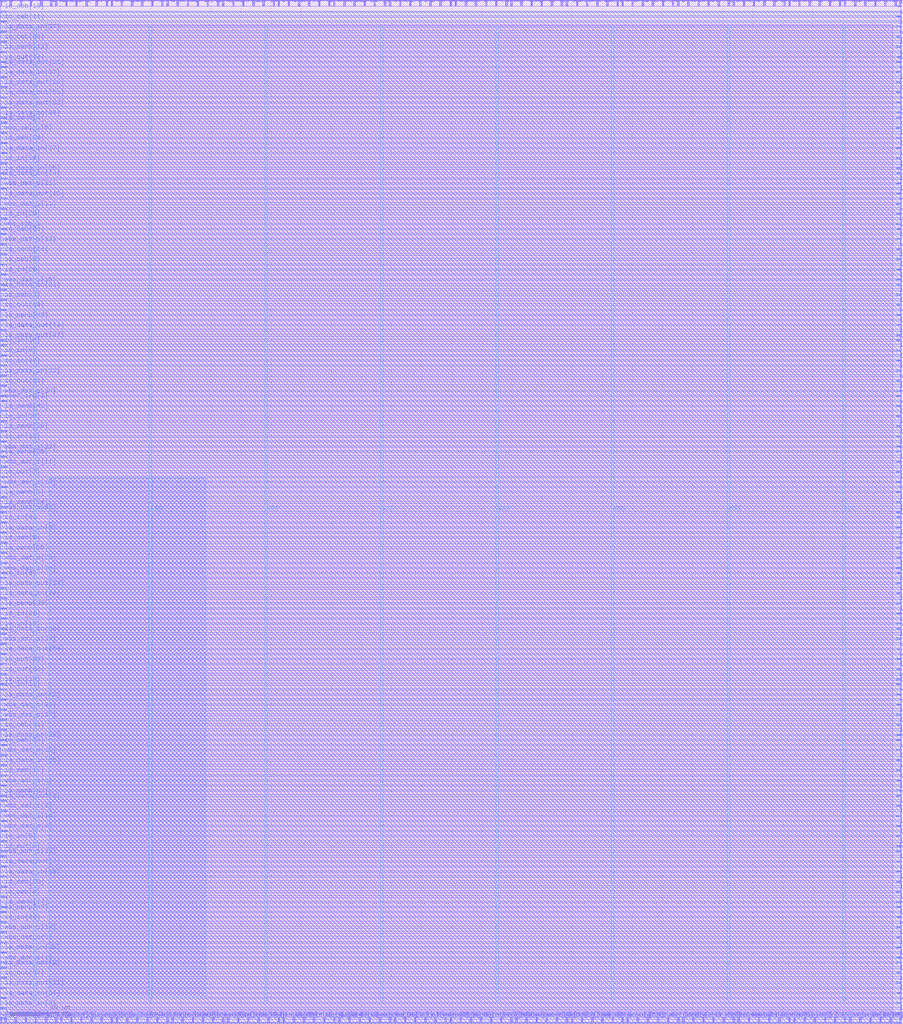
<source format=lef>
VERSION 5.7 ;
  NOWIREEXTENSIONATPIN ON ;
  DIVIDERCHAR "/" ;
  BUSBITCHARS "[]" ;
MACRO tiny_user_project
  CLASS BLOCK ;
  FOREIGN tiny_user_project ;
  ORIGIN 0.000 0.000 ;
  SIZE 600.000 BY 680.000 ;
  PIN io_in[0]
    DIRECTION INPUT ;
    USE SIGNAL ;
    PORT
      LAYER Metal3 ;
        RECT 1.000 443.520 4.000 444.080 ;
    END
  END io_in[0]
  PIN io_in[10]
    DIRECTION INPUT ;
    USE SIGNAL ;
    PORT
      LAYER Metal3 ;
        RECT 1.000 450.240 4.000 450.800 ;
    END
  END io_in[10]
  PIN io_in[11]
    DIRECTION INPUT ;
    USE SIGNAL ;
    PORT
      LAYER Metal3 ;
        RECT 1.000 221.760 4.000 222.320 ;
    END
  END io_in[11]
  PIN io_in[12]
    DIRECTION INPUT ;
    USE SIGNAL ;
    PORT
      LAYER Metal3 ;
        RECT 1.000 386.400 4.000 386.960 ;
    END
  END io_in[12]
  PIN io_in[13]
    DIRECTION INPUT ;
    USE SIGNAL ;
    PORT
      LAYER Metal3 ;
        RECT 1.000 262.080 4.000 262.640 ;
    END
  END io_in[13]
  PIN io_in[14]
    DIRECTION INPUT ;
    USE SIGNAL ;
    PORT
      LAYER Metal3 ;
        RECT 1.000 225.120 4.000 225.680 ;
    END
  END io_in[14]
  PIN io_in[15]
    DIRECTION INPUT ;
    USE SIGNAL ;
    PORT
      LAYER Metal2 ;
        RECT 299.040 676.000 299.600 679.000 ;
    END
  END io_in[15]
  PIN io_in[16]
    DIRECTION INPUT ;
    USE SIGNAL ;
    PORT
      LAYER Metal3 ;
        RECT 596.000 168.000 599.000 168.560 ;
    END
  END io_in[16]
  PIN io_in[17]
    DIRECTION INPUT ;
    USE SIGNAL ;
    PORT
      LAYER Metal3 ;
        RECT 596.000 641.760 599.000 642.320 ;
    END
  END io_in[17]
  PIN io_in[18]
    DIRECTION INPUT ;
    USE SIGNAL ;
    PORT
      LAYER Metal2 ;
        RECT 389.760 676.000 390.320 679.000 ;
    END
  END io_in[18]
  PIN io_in[19]
    DIRECTION INPUT ;
    USE SIGNAL ;
    PORT
      LAYER Metal3 ;
        RECT 596.000 26.880 599.000 27.440 ;
    END
  END io_in[19]
  PIN io_in[1]
    DIRECTION INPUT ;
    USE SIGNAL ;
    PORT
      LAYER Metal2 ;
        RECT 36.960 676.000 37.520 679.000 ;
    END
  END io_in[1]
  PIN io_in[20]
    DIRECTION INPUT ;
    USE SIGNAL ;
    PORT
      LAYER Metal2 ;
        RECT 470.400 676.000 470.960 679.000 ;
    END
  END io_in[20]
  PIN io_in[21]
    DIRECTION INPUT ;
    USE SIGNAL ;
    PORT
      LAYER Metal2 ;
        RECT 450.240 1.000 450.800 4.000 ;
    END
  END io_in[21]
  PIN io_in[22]
    DIRECTION INPUT ;
    USE SIGNAL ;
    PORT
      LAYER Metal2 ;
        RECT 598.080 676.000 598.640 679.000 ;
    END
  END io_in[22]
  PIN io_in[23]
    DIRECTION INPUT ;
    USE SIGNAL ;
    PORT
      LAYER Metal3 ;
        RECT 596.000 594.720 599.000 595.280 ;
    END
  END io_in[23]
  PIN io_in[24]
    DIRECTION INPUT ;
    USE SIGNAL ;
    PORT
      LAYER Metal2 ;
        RECT 527.520 1.000 528.080 4.000 ;
    END
  END io_in[24]
  PIN io_in[25]
    DIRECTION INPUT ;
    USE SIGNAL ;
    PORT
      LAYER Metal2 ;
        RECT 84.000 1.000 84.560 4.000 ;
    END
  END io_in[25]
  PIN io_in[26]
    DIRECTION INPUT ;
    USE SIGNAL ;
    PORT
      LAYER Metal3 ;
        RECT 1.000 534.240 4.000 534.800 ;
    END
  END io_in[26]
  PIN io_in[27]
    DIRECTION INPUT ;
    USE SIGNAL ;
    PORT
      LAYER Metal3 ;
        RECT 1.000 436.800 4.000 437.360 ;
    END
  END io_in[27]
  PIN io_in[28]
    DIRECTION INPUT ;
    USE SIGNAL ;
    PORT
      LAYER Metal3 ;
        RECT 1.000 497.280 4.000 497.840 ;
    END
  END io_in[28]
  PIN io_in[29]
    DIRECTION INPUT ;
    USE SIGNAL ;
    PORT
      LAYER Metal3 ;
        RECT 1.000 399.840 4.000 400.400 ;
    END
  END io_in[29]
  PIN io_in[2]
    DIRECTION INPUT ;
    USE SIGNAL ;
    PORT
      LAYER Metal3 ;
        RECT 596.000 675.360 599.000 675.920 ;
    END
  END io_in[2]
  PIN io_in[30]
    DIRECTION INPUT ;
    USE SIGNAL ;
    PORT
      LAYER Metal2 ;
        RECT 416.640 1.000 417.200 4.000 ;
    END
  END io_in[30]
  PIN io_in[31]
    DIRECTION INPUT ;
    USE SIGNAL ;
    PORT
      LAYER Metal3 ;
        RECT 1.000 268.800 4.000 269.360 ;
    END
  END io_in[31]
  PIN io_in[32]
    DIRECTION INPUT ;
    USE SIGNAL ;
    PORT
      LAYER Metal2 ;
        RECT 540.960 1.000 541.520 4.000 ;
    END
  END io_in[32]
  PIN io_in[33]
    DIRECTION INPUT ;
    USE SIGNAL ;
    PORT
      LAYER Metal3 ;
        RECT 1.000 67.200 4.000 67.760 ;
    END
  END io_in[33]
  PIN io_in[34]
    DIRECTION INPUT ;
    USE SIGNAL ;
    PORT
      LAYER Metal3 ;
        RECT 1.000 571.200 4.000 571.760 ;
    END
  END io_in[34]
  PIN io_in[35]
    DIRECTION INPUT ;
    USE SIGNAL ;
    PORT
      LAYER Metal2 ;
        RECT 530.880 676.000 531.440 679.000 ;
    END
  END io_in[35]
  PIN io_in[36]
    DIRECTION INPUT ;
    USE SIGNAL ;
    PORT
      LAYER Metal3 ;
        RECT 596.000 604.800 599.000 605.360 ;
    END
  END io_in[36]
  PIN io_in[37]
    DIRECTION INPUT ;
    USE SIGNAL ;
    PORT
      LAYER Metal3 ;
        RECT 596.000 527.520 599.000 528.080 ;
    END
  END io_in[37]
  PIN io_in[3]
    DIRECTION INPUT ;
    USE SIGNAL ;
    PORT
      LAYER Metal3 ;
        RECT 596.000 668.640 599.000 669.200 ;
    END
  END io_in[3]
  PIN io_in[4]
    DIRECTION INPUT ;
    USE SIGNAL ;
    PORT
      LAYER Metal3 ;
        RECT 596.000 329.280 599.000 329.840 ;
    END
  END io_in[4]
  PIN io_in[5]
    DIRECTION INPUT ;
    USE SIGNAL ;
    PORT
      LAYER Metal3 ;
        RECT 1.000 120.960 4.000 121.520 ;
    END
  END io_in[5]
  PIN io_in[6]
    DIRECTION INPUT ;
    USE SIGNAL ;
    PORT
      LAYER Metal3 ;
        RECT 596.000 161.280 599.000 161.840 ;
    END
  END io_in[6]
  PIN io_in[7]
    DIRECTION INPUT ;
    USE SIGNAL ;
    PORT
      LAYER Metal2 ;
        RECT 483.840 676.000 484.400 679.000 ;
    END
  END io_in[7]
  PIN io_in[8]
    DIRECTION INPUT ;
    USE SIGNAL ;
    PORT
      LAYER Metal3 ;
        RECT 1.000 295.680 4.000 296.240 ;
    END
  END io_in[8]
  PIN io_in[9]
    DIRECTION INPUT ;
    USE SIGNAL ;
    PORT
      LAYER Metal3 ;
        RECT 1.000 332.640 4.000 333.200 ;
    END
  END io_in[9]
  PIN io_oeb[0]
    DIRECTION OUTPUT TRISTATE ;
    USE SIGNAL ;
    PORT
      LAYER Metal3 ;
        RECT 596.000 490.560 599.000 491.120 ;
    END
  END io_oeb[0]
  PIN io_oeb[10]
    DIRECTION OUTPUT TRISTATE ;
    USE SIGNAL ;
    PORT
      LAYER Metal3 ;
        RECT 596.000 453.600 599.000 454.160 ;
    END
  END io_oeb[10]
  PIN io_oeb[11]
    DIRECTION OUTPUT TRISTATE ;
    USE SIGNAL ;
    PORT
      LAYER Metal3 ;
        RECT 1.000 665.280 4.000 665.840 ;
    END
  END io_oeb[11]
  PIN io_oeb[12]
    DIRECTION OUTPUT TRISTATE ;
    USE SIGNAL ;
    PORT
      LAYER Metal2 ;
        RECT 393.120 1.000 393.680 4.000 ;
    END
  END io_oeb[12]
  PIN io_oeb[13]
    DIRECTION OUTPUT TRISTATE ;
    USE SIGNAL ;
    PORT
      LAYER Metal3 ;
        RECT 1.000 164.640 4.000 165.200 ;
    END
  END io_oeb[13]
  PIN io_oeb[14]
    DIRECTION OUTPUT TRISTATE ;
    USE SIGNAL ;
    PORT
      LAYER Metal2 ;
        RECT 584.640 1.000 585.200 4.000 ;
    END
  END io_oeb[14]
  PIN io_oeb[15]
    DIRECTION OUTPUT TRISTATE ;
    USE SIGNAL ;
    PORT
      LAYER Metal2 ;
        RECT 366.240 676.000 366.800 679.000 ;
    END
  END io_oeb[15]
  PIN io_oeb[16]
    DIRECTION OUTPUT TRISTATE ;
    USE SIGNAL ;
    PORT
      LAYER Metal2 ;
        RECT 184.800 1.000 185.360 4.000 ;
    END
  END io_oeb[16]
  PIN io_oeb[17]
    DIRECTION OUTPUT TRISTATE ;
    USE SIGNAL ;
    PORT
      LAYER Metal2 ;
        RECT 60.480 1.000 61.040 4.000 ;
    END
  END io_oeb[17]
  PIN io_oeb[18]
    DIRECTION OUTPUT TRISTATE ;
    USE SIGNAL ;
    PORT
      LAYER Metal3 ;
        RECT 1.000 672.000 4.000 672.560 ;
    END
  END io_oeb[18]
  PIN io_oeb[19]
    DIRECTION OUTPUT TRISTATE ;
    USE SIGNAL ;
    PORT
      LAYER Metal2 ;
        RECT 184.800 676.000 185.360 679.000 ;
    END
  END io_oeb[19]
  PIN io_oeb[1]
    DIRECTION OUTPUT TRISTATE ;
    USE SIGNAL ;
    PORT
      LAYER Metal2 ;
        RECT 131.040 676.000 131.600 679.000 ;
    END
  END io_oeb[1]
  PIN io_oeb[20]
    DIRECTION OUTPUT TRISTATE ;
    USE SIGNAL ;
    PORT
      LAYER Metal2 ;
        RECT 329.280 676.000 329.840 679.000 ;
    END
  END io_oeb[20]
  PIN io_oeb[21]
    DIRECTION OUTPUT TRISTATE ;
    USE SIGNAL ;
    PORT
      LAYER Metal2 ;
        RECT 547.680 1.000 548.240 4.000 ;
    END
  END io_oeb[21]
  PIN io_oeb[22]
    DIRECTION OUTPUT TRISTATE ;
    USE SIGNAL ;
    PORT
      LAYER Metal3 ;
        RECT 596.000 204.960 599.000 205.520 ;
    END
  END io_oeb[22]
  PIN io_oeb[23]
    DIRECTION OUTPUT TRISTATE ;
    USE SIGNAL ;
    PORT
      LAYER Metal2 ;
        RECT 581.280 676.000 581.840 679.000 ;
    END
  END io_oeb[23]
  PIN io_oeb[24]
    DIRECTION OUTPUT TRISTATE ;
    USE SIGNAL ;
    PORT
      LAYER Metal3 ;
        RECT 1.000 184.800 4.000 185.360 ;
    END
  END io_oeb[24]
  PIN io_oeb[25]
    DIRECTION OUTPUT TRISTATE ;
    USE SIGNAL ;
    PORT
      LAYER Metal3 ;
        RECT 1.000 90.720 4.000 91.280 ;
    END
  END io_oeb[25]
  PIN io_oeb[26]
    DIRECTION OUTPUT TRISTATE ;
    USE SIGNAL ;
    PORT
      LAYER Metal3 ;
        RECT 1.000 584.640 4.000 585.200 ;
    END
  END io_oeb[26]
  PIN io_oeb[27]
    DIRECTION OUTPUT TRISTATE ;
    USE SIGNAL ;
    PORT
      LAYER Metal2 ;
        RECT 534.240 1.000 534.800 4.000 ;
    END
  END io_oeb[27]
  PIN io_oeb[28]
    DIRECTION OUTPUT TRISTATE ;
    USE SIGNAL ;
    PORT
      LAYER Metal3 ;
        RECT 1.000 651.840 4.000 652.400 ;
    END
  END io_oeb[28]
  PIN io_oeb[29]
    DIRECTION OUTPUT TRISTATE ;
    USE SIGNAL ;
    PORT
      LAYER Metal3 ;
        RECT 596.000 366.240 599.000 366.800 ;
    END
  END io_oeb[29]
  PIN io_oeb[2]
    DIRECTION OUTPUT TRISTATE ;
    USE SIGNAL ;
    PORT
      LAYER Metal3 ;
        RECT 596.000 285.600 599.000 286.160 ;
    END
  END io_oeb[2]
  PIN io_oeb[30]
    DIRECTION OUTPUT TRISTATE ;
    USE SIGNAL ;
    PORT
      LAYER Metal3 ;
        RECT 596.000 0.000 599.000 0.560 ;
    END
  END io_oeb[30]
  PIN io_oeb[31]
    DIRECTION OUTPUT TRISTATE ;
    USE SIGNAL ;
    PORT
      LAYER Metal3 ;
        RECT 1.000 194.880 4.000 195.440 ;
    END
  END io_oeb[31]
  PIN io_oeb[32]
    DIRECTION OUTPUT TRISTATE ;
    USE SIGNAL ;
    PORT
      LAYER Metal2 ;
        RECT 520.800 676.000 521.360 679.000 ;
    END
  END io_oeb[32]
  PIN io_oeb[33]
    DIRECTION OUTPUT TRISTATE ;
    USE SIGNAL ;
    PORT
      LAYER Metal3 ;
        RECT 596.000 144.480 599.000 145.040 ;
    END
  END io_oeb[33]
  PIN io_oeb[34]
    DIRECTION OUTPUT TRISTATE ;
    USE SIGNAL ;
    PORT
      LAYER Metal3 ;
        RECT 1.000 524.160 4.000 524.720 ;
    END
  END io_oeb[34]
  PIN io_oeb[35]
    DIRECTION OUTPUT TRISTATE ;
    USE SIGNAL ;
    PORT
      LAYER Metal3 ;
        RECT 596.000 618.240 599.000 618.800 ;
    END
  END io_oeb[35]
  PIN io_oeb[36]
    DIRECTION OUTPUT TRISTATE ;
    USE SIGNAL ;
    PORT
      LAYER Metal2 ;
        RECT 315.840 676.000 316.400 679.000 ;
    END
  END io_oeb[36]
  PIN io_oeb[37]
    DIRECTION OUTPUT TRISTATE ;
    USE SIGNAL ;
    PORT
      LAYER Metal3 ;
        RECT 596.000 299.040 599.000 299.600 ;
    END
  END io_oeb[37]
  PIN io_oeb[3]
    DIRECTION OUTPUT TRISTATE ;
    USE SIGNAL ;
    PORT
      LAYER Metal3 ;
        RECT 1.000 480.480 4.000 481.040 ;
    END
  END io_oeb[3]
  PIN io_oeb[4]
    DIRECTION OUTPUT TRISTATE ;
    USE SIGNAL ;
    PORT
      LAYER Metal3 ;
        RECT 1.000 84.000 4.000 84.560 ;
    END
  END io_oeb[4]
  PIN io_oeb[5]
    DIRECTION OUTPUT TRISTATE ;
    USE SIGNAL ;
    PORT
      LAYER Metal2 ;
        RECT 426.720 676.000 427.280 679.000 ;
    END
  END io_oeb[5]
  PIN io_oeb[6]
    DIRECTION OUTPUT TRISTATE ;
    USE SIGNAL ;
    PORT
      LAYER Metal3 ;
        RECT 1.000 504.000 4.000 504.560 ;
    END
  END io_oeb[6]
  PIN io_oeb[7]
    DIRECTION OUTPUT TRISTATE ;
    USE SIGNAL ;
    PORT
      LAYER Metal2 ;
        RECT 265.440 676.000 266.000 679.000 ;
    END
  END io_oeb[7]
  PIN io_oeb[8]
    DIRECTION OUTPUT TRISTATE ;
    USE SIGNAL ;
    PORT
      LAYER Metal3 ;
        RECT 1.000 319.200 4.000 319.760 ;
    END
  END io_oeb[8]
  PIN io_oeb[9]
    DIRECTION OUTPUT TRISTATE ;
    USE SIGNAL ;
    PORT
      LAYER Metal3 ;
        RECT 596.000 661.920 599.000 662.480 ;
    END
  END io_oeb[9]
  PIN io_out[0]
    DIRECTION OUTPUT TRISTATE ;
    USE SIGNAL ;
    PORT
      LAYER Metal2 ;
        RECT 63.840 676.000 64.400 679.000 ;
    END
  END io_out[0]
  PIN io_out[10]
    DIRECTION OUTPUT TRISTATE ;
    USE SIGNAL ;
    PORT
      LAYER Metal2 ;
        RECT 154.560 676.000 155.120 679.000 ;
    END
  END io_out[10]
  PIN io_out[11]
    DIRECTION OUTPUT TRISTATE ;
    USE SIGNAL ;
    PORT
      LAYER Metal2 ;
        RECT 413.280 1.000 413.840 4.000 ;
    END
  END io_out[11]
  PIN io_out[12]
    DIRECTION OUTPUT TRISTATE ;
    USE SIGNAL ;
    PORT
      LAYER Metal2 ;
        RECT 588.000 676.000 588.560 679.000 ;
    END
  END io_out[12]
  PIN io_out[13]
    DIRECTION OUTPUT TRISTATE ;
    USE SIGNAL ;
    PORT
      LAYER Metal3 ;
        RECT 1.000 638.400 4.000 638.960 ;
    END
  END io_out[13]
  PIN io_out[14]
    DIRECTION OUTPUT TRISTATE ;
    USE SIGNAL ;
    PORT
      LAYER Metal3 ;
        RECT 1.000 473.760 4.000 474.320 ;
    END
  END io_out[14]
  PIN io_out[15]
    DIRECTION OUTPUT TRISTATE ;
    USE SIGNAL ;
    PORT
      LAYER Metal2 ;
        RECT 258.720 1.000 259.280 4.000 ;
    END
  END io_out[15]
  PIN io_out[16]
    DIRECTION OUTPUT TRISTATE ;
    USE SIGNAL ;
    PORT
      LAYER Metal3 ;
        RECT 596.000 574.560 599.000 575.120 ;
    END
  END io_out[16]
  PIN io_out[17]
    DIRECTION OUTPUT TRISTATE ;
    USE SIGNAL ;
    PORT
      LAYER Metal2 ;
        RECT 73.920 1.000 74.480 4.000 ;
    END
  END io_out[17]
  PIN io_out[18]
    DIRECTION OUTPUT TRISTATE ;
    USE SIGNAL ;
    PORT
      LAYER Metal2 ;
        RECT 598.080 1.000 598.640 4.000 ;
    END
  END io_out[18]
  PIN io_out[19]
    DIRECTION OUTPUT TRISTATE ;
    USE SIGNAL ;
    PORT
      LAYER Metal2 ;
        RECT 100.800 676.000 101.360 679.000 ;
    END
  END io_out[19]
  PIN io_out[1]
    DIRECTION OUTPUT TRISTATE ;
    USE SIGNAL ;
    PORT
      LAYER Metal2 ;
        RECT 40.320 1.000 40.880 4.000 ;
    END
  END io_out[1]
  PIN io_out[20]
    DIRECTION OUTPUT TRISTATE ;
    USE SIGNAL ;
    PORT
      LAYER Metal3 ;
        RECT 596.000 100.800 599.000 101.360 ;
    END
  END io_out[20]
  PIN io_out[21]
    DIRECTION OUTPUT TRISTATE ;
    USE SIGNAL ;
    PORT
      LAYER Metal3 ;
        RECT 1.000 423.360 4.000 423.920 ;
    END
  END io_out[21]
  PIN io_out[22]
    DIRECTION OUTPUT TRISTATE ;
    USE SIGNAL ;
    PORT
      LAYER Metal3 ;
        RECT 596.000 181.440 599.000 182.000 ;
    END
  END io_out[22]
  PIN io_out[23]
    DIRECTION OUTPUT TRISTATE ;
    USE SIGNAL ;
    PORT
      LAYER Metal3 ;
        RECT 1.000 238.560 4.000 239.120 ;
    END
  END io_out[23]
  PIN io_out[24]
    DIRECTION OUTPUT TRISTATE ;
    USE SIGNAL ;
    PORT
      LAYER Metal2 ;
        RECT 561.120 1.000 561.680 4.000 ;
    END
  END io_out[24]
  PIN io_out[25]
    DIRECTION OUTPUT TRISTATE ;
    USE SIGNAL ;
    PORT
      LAYER Metal3 ;
        RECT 596.000 57.120 599.000 57.680 ;
    END
  END io_out[25]
  PIN io_out[26]
    DIRECTION OUTPUT TRISTATE ;
    USE SIGNAL ;
    PORT
      LAYER Metal2 ;
        RECT 268.800 1.000 269.360 4.000 ;
    END
  END io_out[26]
  PIN io_out[27]
    DIRECTION OUTPUT TRISTATE ;
    USE SIGNAL ;
    PORT
      LAYER Metal2 ;
        RECT 215.040 1.000 215.600 4.000 ;
    END
  END io_out[27]
  PIN io_out[28]
    DIRECTION OUTPUT TRISTATE ;
    USE SIGNAL ;
    PORT
      LAYER Metal2 ;
        RECT 409.920 676.000 410.480 679.000 ;
    END
  END io_out[28]
  PIN io_out[29]
    DIRECTION OUTPUT TRISTATE ;
    USE SIGNAL ;
    PORT
      LAYER Metal2 ;
        RECT 436.800 1.000 437.360 4.000 ;
    END
  END io_out[29]
  PIN io_out[2]
    DIRECTION OUTPUT TRISTATE ;
    USE SIGNAL ;
    PORT
      LAYER Metal3 ;
        RECT 596.000 265.440 599.000 266.000 ;
    END
  END io_out[2]
  PIN io_out[30]
    DIRECTION OUTPUT TRISTATE ;
    USE SIGNAL ;
    PORT
      LAYER Metal2 ;
        RECT 544.320 676.000 544.880 679.000 ;
    END
  END io_out[30]
  PIN io_out[31]
    DIRECTION OUTPUT TRISTATE ;
    USE SIGNAL ;
    PORT
      LAYER Metal2 ;
        RECT 225.120 1.000 225.680 4.000 ;
    END
  END io_out[31]
  PIN io_out[32]
    DIRECTION OUTPUT TRISTATE ;
    USE SIGNAL ;
    PORT
      LAYER Metal2 ;
        RECT 359.520 676.000 360.080 679.000 ;
    END
  END io_out[32]
  PIN io_out[33]
    DIRECTION OUTPUT TRISTATE ;
    USE SIGNAL ;
    PORT
      LAYER Metal3 ;
        RECT 1.000 231.840 4.000 232.400 ;
    END
  END io_out[33]
  PIN io_out[34]
    DIRECTION OUTPUT TRISTATE ;
    USE SIGNAL ;
    PORT
      LAYER Metal2 ;
        RECT 423.360 1.000 423.920 4.000 ;
    END
  END io_out[34]
  PIN io_out[35]
    DIRECTION OUTPUT TRISTATE ;
    USE SIGNAL ;
    PORT
      LAYER Metal2 ;
        RECT 379.680 1.000 380.240 4.000 ;
    END
  END io_out[35]
  PIN io_out[36]
    DIRECTION OUTPUT TRISTATE ;
    USE SIGNAL ;
    PORT
      LAYER Metal2 ;
        RECT 151.200 1.000 151.760 4.000 ;
    END
  END io_out[36]
  PIN io_out[37]
    DIRECTION OUTPUT TRISTATE ;
    USE SIGNAL ;
    PORT
      LAYER Metal3 ;
        RECT 1.000 30.240 4.000 30.800 ;
    END
  END io_out[37]
  PIN io_out[3]
    DIRECTION OUTPUT TRISTATE ;
    USE SIGNAL ;
    PORT
      LAYER Metal2 ;
        RECT 255.360 676.000 255.920 679.000 ;
    END
  END io_out[3]
  PIN io_out[4]
    DIRECTION OUTPUT TRISTATE ;
    USE SIGNAL ;
    PORT
      LAYER Metal2 ;
        RECT 295.680 1.000 296.240 4.000 ;
    END
  END io_out[4]
  PIN io_out[5]
    DIRECTION OUTPUT TRISTATE ;
    USE SIGNAL ;
    PORT
      LAYER Metal2 ;
        RECT 228.480 676.000 229.040 679.000 ;
    END
  END io_out[5]
  PIN io_out[6]
    DIRECTION OUTPUT TRISTATE ;
    USE SIGNAL ;
    PORT
      LAYER Metal3 ;
        RECT 1.000 114.240 4.000 114.800 ;
    END
  END io_out[6]
  PIN io_out[7]
    DIRECTION OUTPUT TRISTATE ;
    USE SIGNAL ;
    PORT
      LAYER Metal3 ;
        RECT 1.000 362.880 4.000 363.440 ;
    END
  END io_out[7]
  PIN io_out[8]
    DIRECTION OUTPUT TRISTATE ;
    USE SIGNAL ;
    PORT
      LAYER Metal2 ;
        RECT 467.040 1.000 467.600 4.000 ;
    END
  END io_out[8]
  PIN io_out[9]
    DIRECTION OUTPUT TRISTATE ;
    USE SIGNAL ;
    PORT
      LAYER Metal2 ;
        RECT 164.640 1.000 165.200 4.000 ;
    END
  END io_out[9]
  PIN la_data_in[0]
    DIRECTION INPUT ;
    USE SIGNAL ;
    PORT
      LAYER Metal3 ;
        RECT 1.000 325.920 4.000 326.480 ;
    END
  END la_data_in[0]
  PIN la_data_in[10]
    DIRECTION INPUT ;
    USE SIGNAL ;
    PORT
      LAYER Metal3 ;
        RECT 596.000 638.400 599.000 638.960 ;
    END
  END la_data_in[10]
  PIN la_data_in[11]
    DIRECTION INPUT ;
    USE SIGNAL ;
    PORT
      LAYER Metal3 ;
        RECT 596.000 322.560 599.000 323.120 ;
    END
  END la_data_in[11]
  PIN la_data_in[12]
    DIRECTION INPUT ;
    USE SIGNAL ;
    PORT
      LAYER Metal2 ;
        RECT 194.880 1.000 195.440 4.000 ;
    END
  END la_data_in[12]
  PIN la_data_in[13]
    DIRECTION INPUT ;
    USE SIGNAL ;
    PORT
      LAYER Metal2 ;
        RECT 218.400 676.000 218.960 679.000 ;
    END
  END la_data_in[13]
  PIN la_data_in[14]
    DIRECTION INPUT ;
    USE SIGNAL ;
    PORT
      LAYER Metal3 ;
        RECT 1.000 561.120 4.000 561.680 ;
    END
  END la_data_in[14]
  PIN la_data_in[15]
    DIRECTION INPUT ;
    USE SIGNAL ;
    PORT
      LAYER Metal3 ;
        RECT 596.000 500.640 599.000 501.200 ;
    END
  END la_data_in[15]
  PIN la_data_in[16]
    DIRECTION INPUT ;
    USE SIGNAL ;
    PORT
      LAYER Metal2 ;
        RECT 20.160 676.000 20.720 679.000 ;
    END
  END la_data_in[16]
  PIN la_data_in[17]
    DIRECTION INPUT ;
    USE SIGNAL ;
    PORT
      LAYER Metal3 ;
        RECT 596.000 137.760 599.000 138.320 ;
    END
  END la_data_in[17]
  PIN la_data_in[18]
    DIRECTION INPUT ;
    USE SIGNAL ;
    PORT
      LAYER Metal2 ;
        RECT 278.880 676.000 279.440 679.000 ;
    END
  END la_data_in[18]
  PIN la_data_in[19]
    DIRECTION INPUT ;
    USE SIGNAL ;
    PORT
      LAYER Metal3 ;
        RECT 1.000 97.440 4.000 98.000 ;
    END
  END la_data_in[19]
  PIN la_data_in[1]
    DIRECTION INPUT ;
    USE SIGNAL ;
    PORT
      LAYER Metal2 ;
        RECT 107.520 676.000 108.080 679.000 ;
    END
  END la_data_in[1]
  PIN la_data_in[20]
    DIRECTION INPUT ;
    USE SIGNAL ;
    PORT
      LAYER Metal3 ;
        RECT 596.000 174.720 599.000 175.280 ;
    END
  END la_data_in[20]
  PIN la_data_in[21]
    DIRECTION INPUT ;
    USE SIGNAL ;
    PORT
      LAYER Metal3 ;
        RECT 1.000 487.200 4.000 487.760 ;
    END
  END la_data_in[21]
  PIN la_data_in[22]
    DIRECTION INPUT ;
    USE SIGNAL ;
    PORT
      LAYER Metal3 ;
        RECT 1.000 282.240 4.000 282.800 ;
    END
  END la_data_in[22]
  PIN la_data_in[23]
    DIRECTION INPUT ;
    USE SIGNAL ;
    PORT
      LAYER Metal3 ;
        RECT 596.000 520.800 599.000 521.360 ;
    END
  END la_data_in[23]
  PIN la_data_in[24]
    DIRECTION INPUT ;
    USE SIGNAL ;
    PORT
      LAYER Metal2 ;
        RECT 285.600 676.000 286.160 679.000 ;
    END
  END la_data_in[24]
  PIN la_data_in[25]
    DIRECTION INPUT ;
    USE SIGNAL ;
    PORT
      LAYER Metal2 ;
        RECT 94.080 676.000 94.640 679.000 ;
    END
  END la_data_in[25]
  PIN la_data_in[26]
    DIRECTION INPUT ;
    USE SIGNAL ;
    PORT
      LAYER Metal2 ;
        RECT 352.800 676.000 353.360 679.000 ;
    END
  END la_data_in[26]
  PIN la_data_in[27]
    DIRECTION INPUT ;
    USE SIGNAL ;
    PORT
      LAYER Metal3 ;
        RECT 1.000 577.920 4.000 578.480 ;
    END
  END la_data_in[27]
  PIN la_data_in[28]
    DIRECTION INPUT ;
    USE SIGNAL ;
    PORT
      LAYER Metal3 ;
        RECT 1.000 601.440 4.000 602.000 ;
    END
  END la_data_in[28]
  PIN la_data_in[29]
    DIRECTION INPUT ;
    USE SIGNAL ;
    PORT
      LAYER Metal3 ;
        RECT 596.000 198.240 599.000 198.800 ;
    END
  END la_data_in[29]
  PIN la_data_in[2]
    DIRECTION INPUT ;
    USE SIGNAL ;
    PORT
      LAYER Metal2 ;
        RECT 241.920 676.000 242.480 679.000 ;
    END
  END la_data_in[2]
  PIN la_data_in[30]
    DIRECTION INPUT ;
    USE SIGNAL ;
    PORT
      LAYER Metal3 ;
        RECT 1.000 47.040 4.000 47.600 ;
    END
  END la_data_in[30]
  PIN la_data_in[31]
    DIRECTION INPUT ;
    USE SIGNAL ;
    PORT
      LAYER Metal2 ;
        RECT 500.640 676.000 501.200 679.000 ;
    END
  END la_data_in[31]
  PIN la_data_in[32]
    DIRECTION INPUT ;
    USE SIGNAL ;
    PORT
      LAYER Metal3 ;
        RECT 1.000 258.720 4.000 259.280 ;
    END
  END la_data_in[32]
  PIN la_data_in[33]
    DIRECTION INPUT ;
    USE SIGNAL ;
    PORT
      LAYER Metal3 ;
        RECT 1.000 430.080 4.000 430.640 ;
    END
  END la_data_in[33]
  PIN la_data_in[34]
    DIRECTION INPUT ;
    USE SIGNAL ;
    PORT
      LAYER Metal2 ;
        RECT 6.720 676.000 7.280 679.000 ;
    END
  END la_data_in[34]
  PIN la_data_in[35]
    DIRECTION INPUT ;
    USE SIGNAL ;
    PORT
      LAYER Metal3 ;
        RECT 1.000 564.480 4.000 565.040 ;
    END
  END la_data_in[35]
  PIN la_data_in[36]
    DIRECTION INPUT ;
    USE SIGNAL ;
    PORT
      LAYER Metal2 ;
        RECT 453.600 1.000 454.160 4.000 ;
    END
  END la_data_in[36]
  PIN la_data_in[37]
    DIRECTION INPUT ;
    USE SIGNAL ;
    PORT
      LAYER Metal3 ;
        RECT 1.000 628.320 4.000 628.880 ;
    END
  END la_data_in[37]
  PIN la_data_in[38]
    DIRECTION INPUT ;
    USE SIGNAL ;
    PORT
      LAYER Metal2 ;
        RECT 288.960 1.000 289.520 4.000 ;
    END
  END la_data_in[38]
  PIN la_data_in[39]
    DIRECTION INPUT ;
    USE SIGNAL ;
    PORT
      LAYER Metal2 ;
        RECT 309.120 676.000 309.680 679.000 ;
    END
  END la_data_in[39]
  PIN la_data_in[3]
    DIRECTION INPUT ;
    USE SIGNAL ;
    PORT
      LAYER Metal3 ;
        RECT 596.000 389.760 599.000 390.320 ;
    END
  END la_data_in[3]
  PIN la_data_in[40]
    DIRECTION INPUT ;
    USE SIGNAL ;
    PORT
      LAYER Metal2 ;
        RECT 221.760 1.000 222.320 4.000 ;
    END
  END la_data_in[40]
  PIN la_data_in[41]
    DIRECTION INPUT ;
    USE SIGNAL ;
    PORT
      LAYER Metal2 ;
        RECT 305.760 1.000 306.320 4.000 ;
    END
  END la_data_in[41]
  PIN la_data_in[42]
    DIRECTION INPUT ;
    USE SIGNAL ;
    PORT
      LAYER Metal3 ;
        RECT 1.000 215.040 4.000 215.600 ;
    END
  END la_data_in[42]
  PIN la_data_in[43]
    DIRECTION INPUT ;
    USE SIGNAL ;
    PORT
      LAYER Metal2 ;
        RECT 561.120 676.000 561.680 679.000 ;
    END
  END la_data_in[43]
  PIN la_data_in[44]
    DIRECTION INPUT ;
    USE SIGNAL ;
    PORT
      LAYER Metal3 ;
        RECT 596.000 43.680 599.000 44.240 ;
    END
  END la_data_in[44]
  PIN la_data_in[45]
    DIRECTION INPUT ;
    USE SIGNAL ;
    PORT
      LAYER Metal2 ;
        RECT 208.320 1.000 208.880 4.000 ;
    END
  END la_data_in[45]
  PIN la_data_in[46]
    DIRECTION INPUT ;
    USE SIGNAL ;
    PORT
      LAYER Metal3 ;
        RECT 596.000 507.360 599.000 507.920 ;
    END
  END la_data_in[46]
  PIN la_data_in[47]
    DIRECTION INPUT ;
    USE SIGNAL ;
    PORT
      LAYER Metal2 ;
        RECT 399.840 1.000 400.400 4.000 ;
    END
  END la_data_in[47]
  PIN la_data_in[48]
    DIRECTION INPUT ;
    USE SIGNAL ;
    PORT
      LAYER Metal2 ;
        RECT 258.720 676.000 259.280 679.000 ;
    END
  END la_data_in[48]
  PIN la_data_in[49]
    DIRECTION INPUT ;
    USE SIGNAL ;
    PORT
      LAYER Metal2 ;
        RECT 204.960 676.000 205.520 679.000 ;
    END
  END la_data_in[49]
  PIN la_data_in[4]
    DIRECTION INPUT ;
    USE SIGNAL ;
    PORT
      LAYER Metal2 ;
        RECT 13.440 676.000 14.000 679.000 ;
    END
  END la_data_in[4]
  PIN la_data_in[50]
    DIRECTION INPUT ;
    USE SIGNAL ;
    PORT
      LAYER Metal2 ;
        RECT 211.680 676.000 212.240 679.000 ;
    END
  END la_data_in[50]
  PIN la_data_in[51]
    DIRECTION INPUT ;
    USE SIGNAL ;
    PORT
      LAYER Metal2 ;
        RECT 299.040 1.000 299.600 4.000 ;
    END
  END la_data_in[51]
  PIN la_data_in[52]
    DIRECTION INPUT ;
    USE SIGNAL ;
    PORT
      LAYER Metal3 ;
        RECT 596.000 255.360 599.000 255.920 ;
    END
  END la_data_in[52]
  PIN la_data_in[53]
    DIRECTION INPUT ;
    USE SIGNAL ;
    PORT
      LAYER Metal2 ;
        RECT 456.960 676.000 457.520 679.000 ;
    END
  END la_data_in[53]
  PIN la_data_in[54]
    DIRECTION INPUT ;
    USE SIGNAL ;
    PORT
      LAYER Metal2 ;
        RECT 413.280 676.000 413.840 679.000 ;
    END
  END la_data_in[54]
  PIN la_data_in[55]
    DIRECTION INPUT ;
    USE SIGNAL ;
    PORT
      LAYER Metal3 ;
        RECT 1.000 171.360 4.000 171.920 ;
    END
  END la_data_in[55]
  PIN la_data_in[56]
    DIRECTION INPUT ;
    USE SIGNAL ;
    PORT
      LAYER Metal3 ;
        RECT 1.000 188.160 4.000 188.720 ;
    END
  END la_data_in[56]
  PIN la_data_in[57]
    DIRECTION INPUT ;
    USE SIGNAL ;
    PORT
      LAYER Metal3 ;
        RECT 1.000 658.560 4.000 659.120 ;
    END
  END la_data_in[57]
  PIN la_data_in[58]
    DIRECTION INPUT ;
    USE SIGNAL ;
    PORT
      LAYER Metal2 ;
        RECT 231.840 1.000 232.400 4.000 ;
    END
  END la_data_in[58]
  PIN la_data_in[59]
    DIRECTION INPUT ;
    USE SIGNAL ;
    PORT
      LAYER Metal3 ;
        RECT 596.000 624.960 599.000 625.520 ;
    END
  END la_data_in[59]
  PIN la_data_in[5]
    DIRECTION INPUT ;
    USE SIGNAL ;
    PORT
      LAYER Metal2 ;
        RECT 110.880 1.000 111.440 4.000 ;
    END
  END la_data_in[5]
  PIN la_data_in[60]
    DIRECTION INPUT ;
    USE SIGNAL ;
    PORT
      LAYER Metal3 ;
        RECT 596.000 463.680 599.000 464.240 ;
    END
  END la_data_in[60]
  PIN la_data_in[61]
    DIRECTION INPUT ;
    USE SIGNAL ;
    PORT
      LAYER Metal3 ;
        RECT 1.000 16.800 4.000 17.360 ;
    END
  END la_data_in[61]
  PIN la_data_in[62]
    DIRECTION INPUT ;
    USE SIGNAL ;
    PORT
      LAYER Metal2 ;
        RECT 376.320 1.000 376.880 4.000 ;
    END
  END la_data_in[62]
  PIN la_data_in[63]
    DIRECTION INPUT ;
    USE SIGNAL ;
    PORT
      LAYER Metal2 ;
        RECT 124.320 676.000 124.880 679.000 ;
    END
  END la_data_in[63]
  PIN la_data_in[6]
    DIRECTION INPUT ;
    USE SIGNAL ;
    PORT
      LAYER Metal2 ;
        RECT 127.680 1.000 128.240 4.000 ;
    END
  END la_data_in[6]
  PIN la_data_in[7]
    DIRECTION INPUT ;
    USE SIGNAL ;
    PORT
      LAYER Metal3 ;
        RECT 596.000 272.160 599.000 272.720 ;
    END
  END la_data_in[7]
  PIN la_data_in[8]
    DIRECTION INPUT ;
    USE SIGNAL ;
    PORT
      LAYER Metal3 ;
        RECT 1.000 10.080 4.000 10.640 ;
    END
  END la_data_in[8]
  PIN la_data_in[9]
    DIRECTION INPUT ;
    USE SIGNAL ;
    PORT
      LAYER Metal2 ;
        RECT 537.600 676.000 538.160 679.000 ;
    END
  END la_data_in[9]
  PIN la_data_out[0]
    DIRECTION OUTPUT TRISTATE ;
    USE SIGNAL ;
    PORT
      LAYER Metal2 ;
        RECT 514.080 676.000 514.640 679.000 ;
    END
  END la_data_out[0]
  PIN la_data_out[10]
    DIRECTION OUTPUT TRISTATE ;
    USE SIGNAL ;
    PORT
      LAYER Metal3 ;
        RECT 596.000 383.040 599.000 383.600 ;
    END
  END la_data_out[10]
  PIN la_data_out[11]
    DIRECTION OUTPUT TRISTATE ;
    USE SIGNAL ;
    PORT
      LAYER Metal3 ;
        RECT 1.000 23.520 4.000 24.080 ;
    END
  END la_data_out[11]
  PIN la_data_out[12]
    DIRECTION OUTPUT TRISTATE ;
    USE SIGNAL ;
    PORT
      LAYER Metal3 ;
        RECT 1.000 460.320 4.000 460.880 ;
    END
  END la_data_out[12]
  PIN la_data_out[13]
    DIRECTION OUTPUT TRISTATE ;
    USE SIGNAL ;
    PORT
      LAYER Metal2 ;
        RECT 238.560 1.000 239.120 4.000 ;
    END
  END la_data_out[13]
  PIN la_data_out[14]
    DIRECTION OUTPUT TRISTATE ;
    USE SIGNAL ;
    PORT
      LAYER Metal3 ;
        RECT 596.000 302.400 599.000 302.960 ;
    END
  END la_data_out[14]
  PIN la_data_out[15]
    DIRECTION OUTPUT TRISTATE ;
    USE SIGNAL ;
    PORT
      LAYER Metal3 ;
        RECT 1.000 547.680 4.000 548.240 ;
    END
  END la_data_out[15]
  PIN la_data_out[16]
    DIRECTION OUTPUT TRISTATE ;
    USE SIGNAL ;
    PORT
      LAYER Metal3 ;
        RECT 596.000 396.480 599.000 397.040 ;
    END
  END la_data_out[16]
  PIN la_data_out[17]
    DIRECTION OUTPUT TRISTATE ;
    USE SIGNAL ;
    PORT
      LAYER Metal2 ;
        RECT 272.160 676.000 272.720 679.000 ;
    END
  END la_data_out[17]
  PIN la_data_out[18]
    DIRECTION OUTPUT TRISTATE ;
    USE SIGNAL ;
    PORT
      LAYER Metal3 ;
        RECT 596.000 567.840 599.000 568.400 ;
    END
  END la_data_out[18]
  PIN la_data_out[19]
    DIRECTION OUTPUT TRISTATE ;
    USE SIGNAL ;
    PORT
      LAYER Metal2 ;
        RECT 339.360 1.000 339.920 4.000 ;
    END
  END la_data_out[19]
  PIN la_data_out[1]
    DIRECTION OUTPUT TRISTATE ;
    USE SIGNAL ;
    PORT
      LAYER Metal3 ;
        RECT 596.000 339.360 599.000 339.920 ;
    END
  END la_data_out[1]
  PIN la_data_out[20]
    DIRECTION OUTPUT TRISTATE ;
    USE SIGNAL ;
    PORT
      LAYER Metal3 ;
        RECT 596.000 131.040 599.000 131.600 ;
    END
  END la_data_out[20]
  PIN la_data_out[21]
    DIRECTION OUTPUT TRISTATE ;
    USE SIGNAL ;
    PORT
      LAYER Metal3 ;
        RECT 1.000 635.040 4.000 635.600 ;
    END
  END la_data_out[21]
  PIN la_data_out[22]
    DIRECTION OUTPUT TRISTATE ;
    USE SIGNAL ;
    PORT
      LAYER Metal3 ;
        RECT 596.000 440.160 599.000 440.720 ;
    END
  END la_data_out[22]
  PIN la_data_out[23]
    DIRECTION OUTPUT TRISTATE ;
    USE SIGNAL ;
    PORT
      LAYER Metal2 ;
        RECT 188.160 1.000 188.720 4.000 ;
    END
  END la_data_out[23]
  PIN la_data_out[24]
    DIRECTION OUTPUT TRISTATE ;
    USE SIGNAL ;
    PORT
      LAYER Metal3 ;
        RECT 1.000 288.960 4.000 289.520 ;
    END
  END la_data_out[24]
  PIN la_data_out[25]
    DIRECTION OUTPUT TRISTATE ;
    USE SIGNAL ;
    PORT
      LAYER Metal2 ;
        RECT 342.720 1.000 343.280 4.000 ;
    END
  END la_data_out[25]
  PIN la_data_out[26]
    DIRECTION OUTPUT TRISTATE ;
    USE SIGNAL ;
    PORT
      LAYER Metal3 ;
        RECT 1.000 621.600 4.000 622.160 ;
    END
  END la_data_out[26]
  PIN la_data_out[27]
    DIRECTION OUTPUT TRISTATE ;
    USE SIGNAL ;
    PORT
      LAYER Metal2 ;
        RECT 346.080 676.000 346.640 679.000 ;
    END
  END la_data_out[27]
  PIN la_data_out[28]
    DIRECTION OUTPUT TRISTATE ;
    USE SIGNAL ;
    PORT
      LAYER Metal3 ;
        RECT 596.000 551.040 599.000 551.600 ;
    END
  END la_data_out[28]
  PIN la_data_out[29]
    DIRECTION OUTPUT TRISTATE ;
    USE SIGNAL ;
    PORT
      LAYER Metal2 ;
        RECT 275.520 1.000 276.080 4.000 ;
    END
  END la_data_out[29]
  PIN la_data_out[2]
    DIRECTION OUTPUT TRISTATE ;
    USE SIGNAL ;
    PORT
      LAYER Metal3 ;
        RECT 1.000 147.840 4.000 148.400 ;
    END
  END la_data_out[2]
  PIN la_data_out[30]
    DIRECTION OUTPUT TRISTATE ;
    USE SIGNAL ;
    PORT
      LAYER Metal3 ;
        RECT 596.000 336.000 599.000 336.560 ;
    END
  END la_data_out[30]
  PIN la_data_out[31]
    DIRECTION OUTPUT TRISTATE ;
    USE SIGNAL ;
    PORT
      LAYER Metal3 ;
        RECT 596.000 70.560 599.000 71.120 ;
    END
  END la_data_out[31]
  PIN la_data_out[32]
    DIRECTION OUTPUT TRISTATE ;
    USE SIGNAL ;
    PORT
      LAYER Metal2 ;
        RECT 336.000 676.000 336.560 679.000 ;
    END
  END la_data_out[32]
  PIN la_data_out[33]
    DIRECTION OUTPUT TRISTATE ;
    USE SIGNAL ;
    PORT
      LAYER Metal3 ;
        RECT 596.000 154.560 599.000 155.120 ;
    END
  END la_data_out[33]
  PIN la_data_out[34]
    DIRECTION OUTPUT TRISTATE ;
    USE SIGNAL ;
    PORT
      LAYER Metal2 ;
        RECT 312.480 1.000 313.040 4.000 ;
    END
  END la_data_out[34]
  PIN la_data_out[35]
    DIRECTION OUTPUT TRISTATE ;
    USE SIGNAL ;
    PORT
      LAYER Metal2 ;
        RECT 302.400 676.000 302.960 679.000 ;
    END
  END la_data_out[35]
  PIN la_data_out[36]
    DIRECTION OUTPUT TRISTATE ;
    USE SIGNAL ;
    PORT
      LAYER Metal3 ;
        RECT 596.000 557.760 599.000 558.320 ;
    END
  END la_data_out[36]
  PIN la_data_out[37]
    DIRECTION OUTPUT TRISTATE ;
    USE SIGNAL ;
    PORT
      LAYER Metal3 ;
        RECT 596.000 292.320 599.000 292.880 ;
    END
  END la_data_out[37]
  PIN la_data_out[38]
    DIRECTION OUTPUT TRISTATE ;
    USE SIGNAL ;
    PORT
      LAYER Metal3 ;
        RECT 596.000 50.400 599.000 50.960 ;
    END
  END la_data_out[38]
  PIN la_data_out[39]
    DIRECTION OUTPUT TRISTATE ;
    USE SIGNAL ;
    PORT
      LAYER Metal3 ;
        RECT 596.000 124.320 599.000 124.880 ;
    END
  END la_data_out[39]
  PIN la_data_out[3]
    DIRECTION OUTPUT TRISTATE ;
    USE SIGNAL ;
    PORT
      LAYER Metal3 ;
        RECT 1.000 104.160 4.000 104.720 ;
    END
  END la_data_out[3]
  PIN la_data_out[40]
    DIRECTION OUTPUT TRISTATE ;
    USE SIGNAL ;
    PORT
      LAYER Metal3 ;
        RECT 596.000 20.160 599.000 20.720 ;
    END
  END la_data_out[40]
  PIN la_data_out[41]
    DIRECTION OUTPUT TRISTATE ;
    USE SIGNAL ;
    PORT
      LAYER Metal3 ;
        RECT 596.000 235.200 599.000 235.760 ;
    END
  END la_data_out[41]
  PIN la_data_out[42]
    DIRECTION OUTPUT TRISTATE ;
    USE SIGNAL ;
    PORT
      LAYER Metal3 ;
        RECT 596.000 581.280 599.000 581.840 ;
    END
  END la_data_out[42]
  PIN la_data_out[43]
    DIRECTION OUTPUT TRISTATE ;
    USE SIGNAL ;
    PORT
      LAYER Metal2 ;
        RECT 36.960 1.000 37.520 4.000 ;
    END
  END la_data_out[43]
  PIN la_data_out[44]
    DIRECTION OUTPUT TRISTATE ;
    USE SIGNAL ;
    PORT
      LAYER Metal2 ;
        RECT 262.080 1.000 262.640 4.000 ;
    END
  END la_data_out[44]
  PIN la_data_out[45]
    DIRECTION OUTPUT TRISTATE ;
    USE SIGNAL ;
    PORT
      LAYER Metal2 ;
        RECT 57.120 676.000 57.680 679.000 ;
    END
  END la_data_out[45]
  PIN la_data_out[46]
    DIRECTION OUTPUT TRISTATE ;
    USE SIGNAL ;
    PORT
      LAYER Metal2 ;
        RECT 50.400 676.000 50.960 679.000 ;
    END
  END la_data_out[46]
  PIN la_data_out[47]
    DIRECTION OUTPUT TRISTATE ;
    USE SIGNAL ;
    PORT
      LAYER Metal3 ;
        RECT 1.000 453.600 4.000 454.160 ;
    END
  END la_data_out[47]
  PIN la_data_out[48]
    DIRECTION OUTPUT TRISTATE ;
    USE SIGNAL ;
    PORT
      LAYER Metal2 ;
        RECT 147.840 1.000 148.400 4.000 ;
    END
  END la_data_out[48]
  PIN la_data_out[49]
    DIRECTION OUTPUT TRISTATE ;
    USE SIGNAL ;
    PORT
      LAYER Metal2 ;
        RECT 577.920 1.000 578.480 4.000 ;
    END
  END la_data_out[49]
  PIN la_data_out[4]
    DIRECTION OUTPUT TRISTATE ;
    USE SIGNAL ;
    PORT
      LAYER Metal2 ;
        RECT 322.560 676.000 323.120 679.000 ;
    END
  END la_data_out[4]
  PIN la_data_out[50]
    DIRECTION OUTPUT TRISTATE ;
    USE SIGNAL ;
    PORT
      LAYER Metal2 ;
        RECT 181.440 676.000 182.000 679.000 ;
    END
  END la_data_out[50]
  PIN la_data_out[51]
    DIRECTION OUTPUT TRISTATE ;
    USE SIGNAL ;
    PORT
      LAYER Metal3 ;
        RECT 1.000 614.880 4.000 615.440 ;
    END
  END la_data_out[51]
  PIN la_data_out[52]
    DIRECTION OUTPUT TRISTATE ;
    USE SIGNAL ;
    PORT
      LAYER Metal3 ;
        RECT 596.000 80.640 599.000 81.200 ;
    END
  END la_data_out[52]
  PIN la_data_out[53]
    DIRECTION OUTPUT TRISTATE ;
    USE SIGNAL ;
    PORT
      LAYER Metal3 ;
        RECT 1.000 608.160 4.000 608.720 ;
    END
  END la_data_out[53]
  PIN la_data_out[54]
    DIRECTION OUTPUT TRISTATE ;
    USE SIGNAL ;
    PORT
      LAYER Metal3 ;
        RECT 596.000 477.120 599.000 477.680 ;
    END
  END la_data_out[54]
  PIN la_data_out[55]
    DIRECTION OUTPUT TRISTATE ;
    USE SIGNAL ;
    PORT
      LAYER Metal2 ;
        RECT 198.240 676.000 198.800 679.000 ;
    END
  END la_data_out[55]
  PIN la_data_out[56]
    DIRECTION OUTPUT TRISTATE ;
    USE SIGNAL ;
    PORT
      LAYER Metal3 ;
        RECT 596.000 191.520 599.000 192.080 ;
    END
  END la_data_out[56]
  PIN la_data_out[57]
    DIRECTION OUTPUT TRISTATE ;
    USE SIGNAL ;
    PORT
      LAYER Metal2 ;
        RECT 446.880 676.000 447.440 679.000 ;
    END
  END la_data_out[57]
  PIN la_data_out[58]
    DIRECTION OUTPUT TRISTATE ;
    USE SIGNAL ;
    PORT
      LAYER Metal3 ;
        RECT 596.000 483.840 599.000 484.400 ;
    END
  END la_data_out[58]
  PIN la_data_out[59]
    DIRECTION OUTPUT TRISTATE ;
    USE SIGNAL ;
    PORT
      LAYER Metal3 ;
        RECT 1.000 245.280 4.000 245.840 ;
    END
  END la_data_out[59]
  PIN la_data_out[5]
    DIRECTION OUTPUT TRISTATE ;
    USE SIGNAL ;
    PORT
      LAYER Metal3 ;
        RECT 596.000 420.000 599.000 420.560 ;
    END
  END la_data_out[5]
  PIN la_data_out[60]
    DIRECTION OUTPUT TRISTATE ;
    USE SIGNAL ;
    PORT
      LAYER Metal2 ;
        RECT 477.120 676.000 477.680 679.000 ;
    END
  END la_data_out[60]
  PIN la_data_out[61]
    DIRECTION OUTPUT TRISTATE ;
    USE SIGNAL ;
    PORT
      LAYER Metal2 ;
        RECT 171.360 1.000 171.920 4.000 ;
    END
  END la_data_out[61]
  PIN la_data_out[62]
    DIRECTION OUTPUT TRISTATE ;
    USE SIGNAL ;
    PORT
      LAYER Metal2 ;
        RECT 554.400 1.000 554.960 4.000 ;
    END
  END la_data_out[62]
  PIN la_data_out[63]
    DIRECTION OUTPUT TRISTATE ;
    USE SIGNAL ;
    PORT
      LAYER Metal3 ;
        RECT 596.000 87.360 599.000 87.920 ;
    END
  END la_data_out[63]
  PIN la_data_out[6]
    DIRECTION OUTPUT TRISTATE ;
    USE SIGNAL ;
    PORT
      LAYER Metal3 ;
        RECT 596.000 225.120 599.000 225.680 ;
    END
  END la_data_out[6]
  PIN la_data_out[7]
    DIRECTION OUTPUT TRISTATE ;
    USE SIGNAL ;
    PORT
      LAYER Metal2 ;
        RECT 574.560 676.000 575.120 679.000 ;
    END
  END la_data_out[7]
  PIN la_data_out[8]
    DIRECTION OUTPUT TRISTATE ;
    USE SIGNAL ;
    PORT
      LAYER Metal3 ;
        RECT 1.000 36.960 4.000 37.520 ;
    END
  END la_data_out[8]
  PIN la_data_out[9]
    DIRECTION OUTPUT TRISTATE ;
    USE SIGNAL ;
    PORT
      LAYER Metal3 ;
        RECT 596.000 346.080 599.000 346.640 ;
    END
  END la_data_out[9]
  PIN la_oenb[0]
    DIRECTION INPUT ;
    USE SIGNAL ;
    PORT
      LAYER Metal3 ;
        RECT 596.000 278.880 599.000 279.440 ;
    END
  END la_oenb[0]
  PIN la_oenb[10]
    DIRECTION INPUT ;
    USE SIGNAL ;
    PORT
      LAYER Metal3 ;
        RECT 596.000 493.920 599.000 494.480 ;
    END
  END la_oenb[10]
  PIN la_oenb[11]
    DIRECTION INPUT ;
    USE SIGNAL ;
    PORT
      LAYER Metal3 ;
        RECT 596.000 403.200 599.000 403.760 ;
    END
  END la_oenb[11]
  PIN la_oenb[12]
    DIRECTION INPUT ;
    USE SIGNAL ;
    PORT
      LAYER Metal3 ;
        RECT 1.000 645.120 4.000 645.680 ;
    END
  END la_oenb[12]
  PIN la_oenb[13]
    DIRECTION INPUT ;
    USE SIGNAL ;
    PORT
      LAYER Metal3 ;
        RECT 1.000 510.720 4.000 511.280 ;
    END
  END la_oenb[13]
  PIN la_oenb[14]
    DIRECTION INPUT ;
    USE SIGNAL ;
    PORT
      LAYER Metal2 ;
        RECT 473.760 1.000 474.320 4.000 ;
    END
  END la_oenb[14]
  PIN la_oenb[15]
    DIRECTION INPUT ;
    USE SIGNAL ;
    PORT
      LAYER Metal2 ;
        RECT 564.480 1.000 565.040 4.000 ;
    END
  END la_oenb[15]
  PIN la_oenb[16]
    DIRECTION INPUT ;
    USE SIGNAL ;
    PORT
      LAYER Metal2 ;
        RECT 90.720 1.000 91.280 4.000 ;
    END
  END la_oenb[16]
  PIN la_oenb[17]
    DIRECTION INPUT ;
    USE SIGNAL ;
    PORT
      LAYER Metal3 ;
        RECT 1.000 77.280 4.000 77.840 ;
    END
  END la_oenb[17]
  PIN la_oenb[18]
    DIRECTION INPUT ;
    USE SIGNAL ;
    PORT
      LAYER Metal2 ;
        RECT 0.000 676.000 0.560 679.000 ;
    END
  END la_oenb[18]
  PIN la_oenb[19]
    DIRECTION INPUT ;
    USE SIGNAL ;
    PORT
      LAYER Metal3 ;
        RECT 596.000 94.080 599.000 94.640 ;
    END
  END la_oenb[19]
  PIN la_oenb[1]
    DIRECTION INPUT ;
    USE SIGNAL ;
    PORT
      LAYER Metal2 ;
        RECT 80.640 676.000 81.200 679.000 ;
    END
  END la_oenb[1]
  PIN la_oenb[20]
    DIRECTION INPUT ;
    USE SIGNAL ;
    PORT
      LAYER Metal3 ;
        RECT 1.000 376.320 4.000 376.880 ;
    END
  END la_oenb[20]
  PIN la_oenb[21]
    DIRECTION INPUT ;
    USE SIGNAL ;
    PORT
      LAYER Metal2 ;
        RECT 221.760 676.000 222.320 679.000 ;
    END
  END la_oenb[21]
  PIN la_oenb[22]
    DIRECTION INPUT ;
    USE SIGNAL ;
    PORT
      LAYER Metal2 ;
        RECT 433.440 676.000 434.000 679.000 ;
    END
  END la_oenb[22]
  PIN la_oenb[23]
    DIRECTION INPUT ;
    USE SIGNAL ;
    PORT
      LAYER Metal2 ;
        RECT 178.080 1.000 178.640 4.000 ;
    END
  END la_oenb[23]
  PIN la_oenb[24]
    DIRECTION INPUT ;
    USE SIGNAL ;
    PORT
      LAYER Metal3 ;
        RECT 596.000 433.440 599.000 434.000 ;
    END
  END la_oenb[24]
  PIN la_oenb[25]
    DIRECTION INPUT ;
    USE SIGNAL ;
    PORT
      LAYER Metal2 ;
        RECT 571.200 1.000 571.760 4.000 ;
    END
  END la_oenb[25]
  PIN la_oenb[26]
    DIRECTION INPUT ;
    USE SIGNAL ;
    PORT
      LAYER Metal2 ;
        RECT 87.360 676.000 87.920 679.000 ;
    END
  END la_oenb[26]
  PIN la_oenb[27]
    DIRECTION INPUT ;
    USE SIGNAL ;
    PORT
      LAYER Metal2 ;
        RECT 114.240 1.000 114.800 4.000 ;
    END
  END la_oenb[27]
  PIN la_oenb[28]
    DIRECTION INPUT ;
    USE SIGNAL ;
    PORT
      LAYER Metal3 ;
        RECT 1.000 393.120 4.000 393.680 ;
    END
  END la_oenb[28]
  PIN la_oenb[29]
    DIRECTION INPUT ;
    USE SIGNAL ;
    PORT
      LAYER Metal3 ;
        RECT 596.000 648.480 599.000 649.040 ;
    END
  END la_oenb[29]
  PIN la_oenb[2]
    DIRECTION INPUT ;
    USE SIGNAL ;
    PORT
      LAYER Metal2 ;
        RECT 594.720 676.000 595.280 679.000 ;
    END
  END la_oenb[2]
  PIN la_oenb[30]
    DIRECTION INPUT ;
    USE SIGNAL ;
    PORT
      LAYER Metal3 ;
        RECT 596.000 588.000 599.000 588.560 ;
    END
  END la_oenb[30]
  PIN la_oenb[31]
    DIRECTION INPUT ;
    USE SIGNAL ;
    PORT
      LAYER Metal2 ;
        RECT 235.200 676.000 235.760 679.000 ;
    END
  END la_oenb[31]
  PIN la_oenb[32]
    DIRECTION INPUT ;
    USE SIGNAL ;
    PORT
      LAYER Metal3 ;
        RECT 596.000 564.480 599.000 565.040 ;
    END
  END la_oenb[32]
  PIN la_oenb[33]
    DIRECTION INPUT ;
    USE SIGNAL ;
    PORT
      LAYER Metal2 ;
        RECT 325.920 1.000 326.480 4.000 ;
    END
  END la_oenb[33]
  PIN la_oenb[34]
    DIRECTION INPUT ;
    USE SIGNAL ;
    PORT
      LAYER Metal2 ;
        RECT 70.560 676.000 71.120 679.000 ;
    END
  END la_oenb[34]
  PIN la_oenb[35]
    DIRECTION INPUT ;
    USE SIGNAL ;
    PORT
      LAYER Metal2 ;
        RECT 16.800 1.000 17.360 4.000 ;
    END
  END la_oenb[35]
  PIN la_oenb[36]
    DIRECTION INPUT ;
    USE SIGNAL ;
    PORT
      LAYER Metal2 ;
        RECT 3.360 1.000 3.920 4.000 ;
    END
  END la_oenb[36]
  PIN la_oenb[37]
    DIRECTION INPUT ;
    USE SIGNAL ;
    PORT
      LAYER Metal2 ;
        RECT 43.680 676.000 44.240 679.000 ;
    END
  END la_oenb[37]
  PIN la_oenb[38]
    DIRECTION INPUT ;
    USE SIGNAL ;
    PORT
      LAYER Metal2 ;
        RECT 332.640 1.000 333.200 4.000 ;
    END
  END la_oenb[38]
  PIN la_oenb[39]
    DIRECTION INPUT ;
    USE SIGNAL ;
    PORT
      LAYER Metal3 ;
        RECT 1.000 275.520 4.000 276.080 ;
    END
  END la_oenb[39]
  PIN la_oenb[3]
    DIRECTION INPUT ;
    USE SIGNAL ;
    PORT
      LAYER Metal3 ;
        RECT 1.000 349.440 4.000 350.000 ;
    END
  END la_oenb[3]
  PIN la_oenb[40]
    DIRECTION INPUT ;
    USE SIGNAL ;
    PORT
      LAYER Metal3 ;
        RECT 596.000 117.600 599.000 118.160 ;
    END
  END la_oenb[40]
  PIN la_oenb[41]
    DIRECTION INPUT ;
    USE SIGNAL ;
    PORT
      LAYER Metal2 ;
        RECT 191.520 676.000 192.080 679.000 ;
    END
  END la_oenb[41]
  PIN la_oenb[42]
    DIRECTION INPUT ;
    USE SIGNAL ;
    PORT
      LAYER Metal3 ;
        RECT 1.000 406.560 4.000 407.120 ;
    END
  END la_oenb[42]
  PIN la_oenb[43]
    DIRECTION INPUT ;
    USE SIGNAL ;
    PORT
      LAYER Metal2 ;
        RECT 120.960 1.000 121.520 4.000 ;
    END
  END la_oenb[43]
  PIN la_oenb[44]
    DIRECTION INPUT ;
    USE SIGNAL ;
    PORT
      LAYER Metal2 ;
        RECT 282.240 1.000 282.800 4.000 ;
    END
  END la_oenb[44]
  PIN la_oenb[45]
    DIRECTION INPUT ;
    USE SIGNAL ;
    PORT
      LAYER Metal2 ;
        RECT 487.200 676.000 487.760 679.000 ;
    END
  END la_oenb[45]
  PIN la_oenb[46]
    DIRECTION INPUT ;
    USE SIGNAL ;
    PORT
      LAYER Metal2 ;
        RECT 510.720 1.000 511.280 4.000 ;
    END
  END la_oenb[46]
  PIN la_oenb[47]
    DIRECTION INPUT ;
    USE SIGNAL ;
    PORT
      LAYER Metal3 ;
        RECT 1.000 73.920 4.000 74.480 ;
    END
  END la_oenb[47]
  PIN la_oenb[48]
    DIRECTION INPUT ;
    USE SIGNAL ;
    PORT
      LAYER Metal3 ;
        RECT 1.000 467.040 4.000 467.600 ;
    END
  END la_oenb[48]
  PIN la_oenb[49]
    DIRECTION INPUT ;
    USE SIGNAL ;
    PORT
      LAYER Metal3 ;
        RECT 1.000 3.360 4.000 3.920 ;
    END
  END la_oenb[49]
  PIN la_oenb[4]
    DIRECTION INPUT ;
    USE SIGNAL ;
    PORT
      LAYER Metal3 ;
        RECT 1.000 598.080 4.000 598.640 ;
    END
  END la_oenb[4]
  PIN la_oenb[50]
    DIRECTION INPUT ;
    USE SIGNAL ;
    PORT
      LAYER Metal2 ;
        RECT 490.560 1.000 491.120 4.000 ;
    END
  END la_oenb[50]
  PIN la_oenb[51]
    DIRECTION INPUT ;
    USE SIGNAL ;
    PORT
      LAYER Metal2 ;
        RECT 168.000 676.000 168.560 679.000 ;
    END
  END la_oenb[51]
  PIN la_oenb[52]
    DIRECTION INPUT ;
    USE SIGNAL ;
    PORT
      LAYER Metal3 ;
        RECT 596.000 33.600 599.000 34.160 ;
    END
  END la_oenb[52]
  PIN la_oenb[53]
    DIRECTION INPUT ;
    USE SIGNAL ;
    PORT
      LAYER Metal3 ;
        RECT 596.000 446.880 599.000 447.440 ;
    END
  END la_oenb[53]
  PIN la_oenb[54]
    DIRECTION INPUT ;
    USE SIGNAL ;
    PORT
      LAYER Metal3 ;
        RECT 1.000 342.720 4.000 343.280 ;
    END
  END la_oenb[54]
  PIN la_oenb[55]
    DIRECTION INPUT ;
    USE SIGNAL ;
    PORT
      LAYER Metal3 ;
        RECT 596.000 372.960 599.000 373.520 ;
    END
  END la_oenb[55]
  PIN la_oenb[56]
    DIRECTION INPUT ;
    USE SIGNAL ;
    PORT
      LAYER Metal2 ;
        RECT 487.200 1.000 487.760 4.000 ;
    END
  END la_oenb[56]
  PIN la_oenb[57]
    DIRECTION INPUT ;
    USE SIGNAL ;
    PORT
      LAYER Metal2 ;
        RECT 524.160 676.000 524.720 679.000 ;
    END
  END la_oenb[57]
  PIN la_oenb[58]
    DIRECTION INPUT ;
    USE SIGNAL ;
    PORT
      LAYER Metal3 ;
        RECT 596.000 107.520 599.000 108.080 ;
    END
  END la_oenb[58]
  PIN la_oenb[59]
    DIRECTION INPUT ;
    USE SIGNAL ;
    PORT
      LAYER Metal2 ;
        RECT 339.360 676.000 339.920 679.000 ;
    END
  END la_oenb[59]
  PIN la_oenb[5]
    DIRECTION INPUT ;
    USE SIGNAL ;
    PORT
      LAYER Metal2 ;
        RECT 591.360 1.000 591.920 4.000 ;
    END
  END la_oenb[5]
  PIN la_oenb[60]
    DIRECTION INPUT ;
    USE SIGNAL ;
    PORT
      LAYER Metal3 ;
        RECT 1.000 312.480 4.000 313.040 ;
    END
  END la_oenb[60]
  PIN la_oenb[61]
    DIRECTION INPUT ;
    USE SIGNAL ;
    PORT
      LAYER Metal2 ;
        RECT 77.280 1.000 77.840 4.000 ;
    END
  END la_oenb[61]
  PIN la_oenb[62]
    DIRECTION INPUT ;
    USE SIGNAL ;
    PORT
      LAYER Metal3 ;
        RECT 596.000 359.520 599.000 360.080 ;
    END
  END la_oenb[62]
  PIN la_oenb[63]
    DIRECTION INPUT ;
    USE SIGNAL ;
    PORT
      LAYER Metal3 ;
        RECT 1.000 151.200 4.000 151.760 ;
    END
  END la_oenb[63]
  PIN la_oenb[6]
    DIRECTION INPUT ;
    USE SIGNAL ;
    PORT
      LAYER Metal3 ;
        RECT 596.000 456.960 599.000 457.520 ;
    END
  END la_oenb[6]
  PIN la_oenb[7]
    DIRECTION INPUT ;
    USE SIGNAL ;
    PORT
      LAYER Metal2 ;
        RECT 157.920 1.000 158.480 4.000 ;
    END
  END la_oenb[7]
  PIN la_oenb[8]
    DIRECTION INPUT ;
    USE SIGNAL ;
    PORT
      LAYER Metal3 ;
        RECT 596.000 6.720 599.000 7.280 ;
    END
  END la_oenb[8]
  PIN la_oenb[9]
    DIRECTION INPUT ;
    USE SIGNAL ;
    PORT
      LAYER Metal2 ;
        RECT 144.480 676.000 145.040 679.000 ;
    END
  END la_oenb[9]
  PIN user_clock2
    DIRECTION INPUT ;
    USE SIGNAL ;
    PORT
      LAYER Metal2 ;
        RECT 507.360 676.000 507.920 679.000 ;
    END
  END user_clock2
  PIN user_irq[0]
    DIRECTION OUTPUT TRISTATE ;
    USE SIGNAL ;
    PORT
      LAYER Metal3 ;
        RECT 596.000 530.880 599.000 531.440 ;
    END
  END user_irq[0]
  PIN user_irq[1]
    DIRECTION OUTPUT TRISTATE ;
    USE SIGNAL ;
    PORT
      LAYER Metal2 ;
        RECT 117.600 676.000 118.160 679.000 ;
    END
  END user_irq[1]
  PIN user_irq[2]
    DIRECTION OUTPUT TRISTATE ;
    USE SIGNAL ;
    PORT
      LAYER Metal3 ;
        RECT 1.000 413.280 4.000 413.840 ;
    END
  END user_irq[2]
  PIN vdd
    DIRECTION INOUT ;
    USE POWER ;
    PORT
      LAYER Metal4 ;
        RECT 22.240 15.380 23.840 662.780 ;
    END
    PORT
      LAYER Metal4 ;
        RECT 175.840 15.380 177.440 662.780 ;
    END
    PORT
      LAYER Metal4 ;
        RECT 329.440 15.380 331.040 662.780 ;
    END
    PORT
      LAYER Metal4 ;
        RECT 483.040 15.380 484.640 662.780 ;
    END
  END vdd
  PIN vss
    DIRECTION INOUT ;
    USE GROUND ;
    PORT
      LAYER Metal4 ;
        RECT 99.040 15.380 100.640 662.780 ;
    END
    PORT
      LAYER Metal4 ;
        RECT 252.640 15.380 254.240 662.780 ;
    END
    PORT
      LAYER Metal4 ;
        RECT 406.240 15.380 407.840 662.780 ;
    END
    PORT
      LAYER Metal4 ;
        RECT 559.840 15.380 561.440 662.780 ;
    END
  END vss
  PIN wb_clk_i
    DIRECTION INPUT ;
    USE SIGNAL ;
    PORT
      LAYER Metal3 ;
        RECT 596.000 151.200 599.000 151.760 ;
    END
  END wb_clk_i
  PIN wb_rst_i
    DIRECTION INPUT ;
    USE SIGNAL ;
    PORT
      LAYER Metal2 ;
        RECT 73.920 676.000 74.480 679.000 ;
    END
  END wb_rst_i
  PIN wbs_ack_o
    DIRECTION OUTPUT TRISTATE ;
    USE SIGNAL ;
    PORT
      LAYER Metal3 ;
        RECT 596.000 262.080 599.000 262.640 ;
    END
  END wbs_ack_o
  PIN wbs_adr_i[0]
    DIRECTION INPUT ;
    USE SIGNAL ;
    PORT
      LAYER Metal2 ;
        RECT 383.040 676.000 383.600 679.000 ;
    END
  END wbs_adr_i[0]
  PIN wbs_adr_i[10]
    DIRECTION INPUT ;
    USE SIGNAL ;
    PORT
      LAYER Metal2 ;
        RECT 248.640 676.000 249.200 679.000 ;
    END
  END wbs_adr_i[10]
  PIN wbs_adr_i[11]
    DIRECTION INPUT ;
    USE SIGNAL ;
    PORT
      LAYER Metal3 ;
        RECT 1.000 369.600 4.000 370.160 ;
    END
  END wbs_adr_i[11]
  PIN wbs_adr_i[12]
    DIRECTION INPUT ;
    USE SIGNAL ;
    PORT
      LAYER Metal2 ;
        RECT 53.760 1.000 54.320 4.000 ;
    END
  END wbs_adr_i[12]
  PIN wbs_adr_i[13]
    DIRECTION INPUT ;
    USE SIGNAL ;
    PORT
      LAYER Metal2 ;
        RECT 356.160 1.000 356.720 4.000 ;
    END
  END wbs_adr_i[13]
  PIN wbs_adr_i[14]
    DIRECTION INPUT ;
    USE SIGNAL ;
    PORT
      LAYER Metal3 ;
        RECT 1.000 60.480 4.000 61.040 ;
    END
  END wbs_adr_i[14]
  PIN wbs_adr_i[15]
    DIRECTION INPUT ;
    USE SIGNAL ;
    PORT
      LAYER Metal3 ;
        RECT 596.000 470.400 599.000 470.960 ;
    END
  END wbs_adr_i[15]
  PIN wbs_adr_i[16]
    DIRECTION INPUT ;
    USE SIGNAL ;
    PORT
      LAYER Metal2 ;
        RECT 406.560 1.000 407.120 4.000 ;
    END
  END wbs_adr_i[16]
  PIN wbs_adr_i[17]
    DIRECTION INPUT ;
    USE SIGNAL ;
    PORT
      LAYER Metal3 ;
        RECT 1.000 356.160 4.000 356.720 ;
    END
  END wbs_adr_i[17]
  PIN wbs_adr_i[18]
    DIRECTION INPUT ;
    USE SIGNAL ;
    PORT
      LAYER Metal3 ;
        RECT 596.000 241.920 599.000 242.480 ;
    END
  END wbs_adr_i[18]
  PIN wbs_adr_i[19]
    DIRECTION INPUT ;
    USE SIGNAL ;
    PORT
      LAYER Metal3 ;
        RECT 596.000 13.440 599.000 14.000 ;
    END
  END wbs_adr_i[19]
  PIN wbs_adr_i[1]
    DIRECTION INPUT ;
    USE SIGNAL ;
    PORT
      LAYER Metal3 ;
        RECT 1.000 40.320 4.000 40.880 ;
    END
  END wbs_adr_i[1]
  PIN wbs_adr_i[20]
    DIRECTION INPUT ;
    USE SIGNAL ;
    PORT
      LAYER Metal2 ;
        RECT 557.760 676.000 558.320 679.000 ;
    END
  END wbs_adr_i[20]
  PIN wbs_adr_i[21]
    DIRECTION INPUT ;
    USE SIGNAL ;
    PORT
      LAYER Metal2 ;
        RECT 362.880 1.000 363.440 4.000 ;
    END
  END wbs_adr_i[21]
  PIN wbs_adr_i[22]
    DIRECTION INPUT ;
    USE SIGNAL ;
    PORT
      LAYER Metal2 ;
        RECT 517.440 1.000 518.000 4.000 ;
    END
  END wbs_adr_i[22]
  PIN wbs_adr_i[23]
    DIRECTION INPUT ;
    USE SIGNAL ;
    PORT
      LAYER Metal3 ;
        RECT 596.000 188.160 599.000 188.720 ;
    END
  END wbs_adr_i[23]
  PIN wbs_adr_i[24]
    DIRECTION INPUT ;
    USE SIGNAL ;
    PORT
      LAYER Metal2 ;
        RECT 33.600 676.000 34.160 679.000 ;
    END
  END wbs_adr_i[24]
  PIN wbs_adr_i[25]
    DIRECTION INPUT ;
    USE SIGNAL ;
    PORT
      LAYER Metal3 ;
        RECT 1.000 110.880 4.000 111.440 ;
    END
  END wbs_adr_i[25]
  PIN wbs_adr_i[26]
    DIRECTION INPUT ;
    USE SIGNAL ;
    PORT
      LAYER Metal2 ;
        RECT 67.200 1.000 67.760 4.000 ;
    END
  END wbs_adr_i[26]
  PIN wbs_adr_i[27]
    DIRECTION INPUT ;
    USE SIGNAL ;
    PORT
      LAYER Metal2 ;
        RECT 174.720 676.000 175.280 679.000 ;
    END
  END wbs_adr_i[27]
  PIN wbs_adr_i[28]
    DIRECTION INPUT ;
    USE SIGNAL ;
    PORT
      LAYER Metal3 ;
        RECT 596.000 416.640 599.000 417.200 ;
    END
  END wbs_adr_i[28]
  PIN wbs_adr_i[29]
    DIRECTION INPUT ;
    USE SIGNAL ;
    PORT
      LAYER Metal3 ;
        RECT 596.000 655.200 599.000 655.760 ;
    END
  END wbs_adr_i[29]
  PIN wbs_adr_i[2]
    DIRECTION INPUT ;
    USE SIGNAL ;
    PORT
      LAYER Metal2 ;
        RECT 252.000 1.000 252.560 4.000 ;
    END
  END wbs_adr_i[2]
  PIN wbs_adr_i[30]
    DIRECTION INPUT ;
    USE SIGNAL ;
    PORT
      LAYER Metal3 ;
        RECT 1.000 252.000 4.000 252.560 ;
    END
  END wbs_adr_i[30]
  PIN wbs_adr_i[31]
    DIRECTION INPUT ;
    USE SIGNAL ;
    PORT
      LAYER Metal3 ;
        RECT 596.000 309.120 599.000 309.680 ;
    END
  END wbs_adr_i[31]
  PIN wbs_adr_i[3]
    DIRECTION INPUT ;
    USE SIGNAL ;
    PORT
      LAYER Metal2 ;
        RECT 497.280 1.000 497.840 4.000 ;
    END
  END wbs_adr_i[3]
  PIN wbs_adr_i[4]
    DIRECTION INPUT ;
    USE SIGNAL ;
    PORT
      LAYER Metal2 ;
        RECT 450.240 676.000 450.800 679.000 ;
    END
  END wbs_adr_i[4]
  PIN wbs_adr_i[5]
    DIRECTION INPUT ;
    USE SIGNAL ;
    PORT
      LAYER Metal2 ;
        RECT 480.480 1.000 481.040 4.000 ;
    END
  END wbs_adr_i[5]
  PIN wbs_adr_i[6]
    DIRECTION INPUT ;
    USE SIGNAL ;
    PORT
      LAYER Metal3 ;
        RECT 1.000 157.920 4.000 158.480 ;
    END
  END wbs_adr_i[6]
  PIN wbs_adr_i[7]
    DIRECTION INPUT ;
    USE SIGNAL ;
    PORT
      LAYER Metal2 ;
        RECT 30.240 1.000 30.800 4.000 ;
    END
  END wbs_adr_i[7]
  PIN wbs_adr_i[8]
    DIRECTION INPUT ;
    USE SIGNAL ;
    PORT
      LAYER Metal3 ;
        RECT 596.000 40.320 599.000 40.880 ;
    END
  END wbs_adr_i[8]
  PIN wbs_adr_i[9]
    DIRECTION INPUT ;
    USE SIGNAL ;
    PORT
      LAYER Metal3 ;
        RECT 596.000 211.680 599.000 212.240 ;
    END
  END wbs_adr_i[9]
  PIN wbs_cyc_i
    DIRECTION INPUT ;
    USE SIGNAL ;
    PORT
      LAYER Metal2 ;
        RECT 161.280 676.000 161.840 679.000 ;
    END
  END wbs_cyc_i
  PIN wbs_dat_i[0]
    DIRECTION INPUT ;
    USE SIGNAL ;
    PORT
      LAYER Metal3 ;
        RECT 596.000 601.440 599.000 602.000 ;
    END
  END wbs_dat_i[0]
  PIN wbs_dat_i[10]
    DIRECTION INPUT ;
    USE SIGNAL ;
    PORT
      LAYER Metal3 ;
        RECT 1.000 490.560 4.000 491.120 ;
    END
  END wbs_dat_i[10]
  PIN wbs_dat_i[11]
    DIRECTION INPUT ;
    USE SIGNAL ;
    PORT
      LAYER Metal3 ;
        RECT 1.000 540.960 4.000 541.520 ;
    END
  END wbs_dat_i[11]
  PIN wbs_dat_i[12]
    DIRECTION INPUT ;
    USE SIGNAL ;
    PORT
      LAYER Metal3 ;
        RECT 1.000 517.440 4.000 518.000 ;
    END
  END wbs_dat_i[12]
  PIN wbs_dat_i[13]
    DIRECTION INPUT ;
    USE SIGNAL ;
    PORT
      LAYER Metal2 ;
        RECT 23.520 1.000 24.080 4.000 ;
    END
  END wbs_dat_i[13]
  PIN wbs_dat_i[14]
    DIRECTION INPUT ;
    USE SIGNAL ;
    PORT
      LAYER Metal3 ;
        RECT 1.000 134.400 4.000 134.960 ;
    END
  END wbs_dat_i[14]
  PIN wbs_dat_i[15]
    DIRECTION INPUT ;
    USE SIGNAL ;
    PORT
      LAYER Metal3 ;
        RECT 596.000 379.680 599.000 380.240 ;
    END
  END wbs_dat_i[15]
  PIN wbs_dat_i[16]
    DIRECTION INPUT ;
    USE SIGNAL ;
    PORT
      LAYER Metal2 ;
        RECT 369.600 1.000 370.160 4.000 ;
    END
  END wbs_dat_i[16]
  PIN wbs_dat_i[17]
    DIRECTION INPUT ;
    USE SIGNAL ;
    PORT
      LAYER Metal2 ;
        RECT 396.480 676.000 397.040 679.000 ;
    END
  END wbs_dat_i[17]
  PIN wbs_dat_i[18]
    DIRECTION INPUT ;
    USE SIGNAL ;
    PORT
      LAYER Metal2 ;
        RECT 551.040 676.000 551.600 679.000 ;
    END
  END wbs_dat_i[18]
  PIN wbs_dat_i[19]
    DIRECTION INPUT ;
    USE SIGNAL ;
    PORT
      LAYER Metal3 ;
        RECT 1.000 678.720 4.000 679.280 ;
    END
  END wbs_dat_i[19]
  PIN wbs_dat_i[1]
    DIRECTION INPUT ;
    USE SIGNAL ;
    PORT
      LAYER Metal2 ;
        RECT 97.440 1.000 98.000 4.000 ;
    END
  END wbs_dat_i[1]
  PIN wbs_dat_i[20]
    DIRECTION INPUT ;
    USE SIGNAL ;
    PORT
      LAYER Metal3 ;
        RECT 1.000 299.040 4.000 299.600 ;
    END
  END wbs_dat_i[20]
  PIN wbs_dat_i[21]
    DIRECTION INPUT ;
    USE SIGNAL ;
    PORT
      LAYER Metal2 ;
        RECT 567.840 676.000 568.400 679.000 ;
    END
  END wbs_dat_i[21]
  PIN wbs_dat_i[22]
    DIRECTION INPUT ;
    USE SIGNAL ;
    PORT
      LAYER Metal3 ;
        RECT 1.000 379.680 4.000 380.240 ;
    END
  END wbs_dat_i[22]
  PIN wbs_dat_i[23]
    DIRECTION INPUT ;
    USE SIGNAL ;
    PORT
      LAYER Metal3 ;
        RECT 596.000 544.320 599.000 544.880 ;
    END
  END wbs_dat_i[23]
  PIN wbs_dat_i[24]
    DIRECTION INPUT ;
    USE SIGNAL ;
    PORT
      LAYER Metal3 ;
        RECT 596.000 248.640 599.000 249.200 ;
    END
  END wbs_dat_i[24]
  PIN wbs_dat_i[25]
    DIRECTION INPUT ;
    USE SIGNAL ;
    PORT
      LAYER Metal2 ;
        RECT 443.520 1.000 444.080 4.000 ;
    END
  END wbs_dat_i[25]
  PIN wbs_dat_i[26]
    DIRECTION INPUT ;
    USE SIGNAL ;
    PORT
      LAYER Metal2 ;
        RECT 493.920 676.000 494.480 679.000 ;
    END
  END wbs_dat_i[26]
  PIN wbs_dat_i[27]
    DIRECTION INPUT ;
    USE SIGNAL ;
    PORT
      LAYER Metal2 ;
        RECT 110.880 676.000 111.440 679.000 ;
    END
  END wbs_dat_i[27]
  PIN wbs_dat_i[28]
    DIRECTION INPUT ;
    USE SIGNAL ;
    PORT
      LAYER Metal2 ;
        RECT 201.600 1.000 202.160 4.000 ;
    END
  END wbs_dat_i[28]
  PIN wbs_dat_i[29]
    DIRECTION INPUT ;
    USE SIGNAL ;
    PORT
      LAYER Metal3 ;
        RECT 596.000 426.720 599.000 427.280 ;
    END
  END wbs_dat_i[29]
  PIN wbs_dat_i[2]
    DIRECTION INPUT ;
    USE SIGNAL ;
    PORT
      LAYER Metal2 ;
        RECT 524.160 1.000 524.720 4.000 ;
    END
  END wbs_dat_i[2]
  PIN wbs_dat_i[30]
    DIRECTION INPUT ;
    USE SIGNAL ;
    PORT
      LAYER Metal3 ;
        RECT 596.000 228.480 599.000 229.040 ;
    END
  END wbs_dat_i[30]
  PIN wbs_dat_i[31]
    DIRECTION INPUT ;
    USE SIGNAL ;
    PORT
      LAYER Metal3 ;
        RECT 1.000 339.360 4.000 339.920 ;
    END
  END wbs_dat_i[31]
  PIN wbs_dat_i[3]
    DIRECTION INPUT ;
    USE SIGNAL ;
    PORT
      LAYER Metal3 ;
        RECT 596.000 63.840 599.000 64.400 ;
    END
  END wbs_dat_i[3]
  PIN wbs_dat_i[4]
    DIRECTION INPUT ;
    USE SIGNAL ;
    PORT
      LAYER Metal2 ;
        RECT 104.160 1.000 104.720 4.000 ;
    END
  END wbs_dat_i[4]
  PIN wbs_dat_i[5]
    DIRECTION INPUT ;
    USE SIGNAL ;
    PORT
      LAYER Metal2 ;
        RECT 319.200 1.000 319.760 4.000 ;
    END
  END wbs_dat_i[5]
  PIN wbs_dat_i[6]
    DIRECTION INPUT ;
    USE SIGNAL ;
    PORT
      LAYER Metal3 ;
        RECT 596.000 315.840 599.000 316.400 ;
    END
  END wbs_dat_i[6]
  PIN wbs_dat_i[7]
    DIRECTION INPUT ;
    USE SIGNAL ;
    PORT
      LAYER Metal2 ;
        RECT 463.680 676.000 464.240 679.000 ;
    END
  END wbs_dat_i[7]
  PIN wbs_dat_i[8]
    DIRECTION INPUT ;
    USE SIGNAL ;
    PORT
      LAYER Metal3 ;
        RECT 596.000 611.520 599.000 612.080 ;
    END
  END wbs_dat_i[8]
  PIN wbs_dat_i[9]
    DIRECTION INPUT ;
    USE SIGNAL ;
    PORT
      LAYER Metal3 ;
        RECT 596.000 77.280 599.000 77.840 ;
    END
  END wbs_dat_i[9]
  PIN wbs_dat_o[0]
    DIRECTION OUTPUT TRISTATE ;
    USE SIGNAL ;
    PORT
      LAYER Metal3 ;
        RECT 1.000 127.680 4.000 128.240 ;
    END
  END wbs_dat_o[0]
  PIN wbs_dat_o[10]
    DIRECTION OUTPUT TRISTATE ;
    USE SIGNAL ;
    PORT
      LAYER Metal3 ;
        RECT 596.000 409.920 599.000 410.480 ;
    END
  END wbs_dat_o[10]
  PIN wbs_dat_o[11]
    DIRECTION OUTPUT TRISTATE ;
    USE SIGNAL ;
    PORT
      LAYER Metal2 ;
        RECT 10.080 1.000 10.640 4.000 ;
    END
  END wbs_dat_o[11]
  PIN wbs_dat_o[12]
    DIRECTION OUTPUT TRISTATE ;
    USE SIGNAL ;
    PORT
      LAYER Metal3 ;
        RECT 596.000 631.680 599.000 632.240 ;
    END
  END wbs_dat_o[12]
  PIN wbs_dat_o[13]
    DIRECTION OUTPUT TRISTATE ;
    USE SIGNAL ;
    PORT
      LAYER Metal2 ;
        RECT 440.160 676.000 440.720 679.000 ;
    END
  END wbs_dat_o[13]
  PIN wbs_dat_o[14]
    DIRECTION OUTPUT TRISTATE ;
    USE SIGNAL ;
    PORT
      LAYER Metal3 ;
        RECT 596.000 114.240 599.000 114.800 ;
    END
  END wbs_dat_o[14]
  PIN wbs_dat_o[15]
    DIRECTION OUTPUT TRISTATE ;
    USE SIGNAL ;
    PORT
      LAYER Metal2 ;
        RECT 420.000 676.000 420.560 679.000 ;
    END
  END wbs_dat_o[15]
  PIN wbs_dat_o[16]
    DIRECTION OUTPUT TRISTATE ;
    USE SIGNAL ;
    PORT
      LAYER Metal3 ;
        RECT 1.000 178.080 4.000 178.640 ;
    END
  END wbs_dat_o[16]
  PIN wbs_dat_o[17]
    DIRECTION OUTPUT TRISTATE ;
    USE SIGNAL ;
    PORT
      LAYER Metal3 ;
        RECT 1.000 201.600 4.000 202.160 ;
    END
  END wbs_dat_o[17]
  PIN wbs_dat_o[18]
    DIRECTION OUTPUT TRISTATE ;
    USE SIGNAL ;
    PORT
      LAYER Metal2 ;
        RECT 430.080 1.000 430.640 4.000 ;
    END
  END wbs_dat_o[18]
  PIN wbs_dat_o[19]
    DIRECTION OUTPUT TRISTATE ;
    USE SIGNAL ;
    PORT
      LAYER Metal2 ;
        RECT 0.000 1.000 0.560 4.000 ;
    END
  END wbs_dat_o[19]
  PIN wbs_dat_o[1]
    DIRECTION OUTPUT TRISTATE ;
    USE SIGNAL ;
    PORT
      LAYER Metal2 ;
        RECT 504.000 1.000 504.560 4.000 ;
    END
  END wbs_dat_o[1]
  PIN wbs_dat_o[20]
    DIRECTION OUTPUT TRISTATE ;
    USE SIGNAL ;
    PORT
      LAYER Metal3 ;
        RECT 1.000 305.760 4.000 306.320 ;
    END
  END wbs_dat_o[20]
  PIN wbs_dat_o[21]
    DIRECTION OUTPUT TRISTATE ;
    USE SIGNAL ;
    PORT
      LAYER Metal3 ;
        RECT 1.000 554.400 4.000 554.960 ;
    END
  END wbs_dat_o[21]
  PIN wbs_dat_o[22]
    DIRECTION OUTPUT TRISTATE ;
    USE SIGNAL ;
    PORT
      LAYER Metal2 ;
        RECT 137.760 676.000 138.320 679.000 ;
    END
  END wbs_dat_o[22]
  PIN wbs_dat_o[23]
    DIRECTION OUTPUT TRISTATE ;
    USE SIGNAL ;
    PORT
      LAYER Metal3 ;
        RECT 1.000 208.320 4.000 208.880 ;
    END
  END wbs_dat_o[23]
  PIN wbs_dat_o[24]
    DIRECTION OUTPUT TRISTATE ;
    USE SIGNAL ;
    PORT
      LAYER Metal2 ;
        RECT 134.400 1.000 134.960 4.000 ;
    END
  END wbs_dat_o[24]
  PIN wbs_dat_o[25]
    DIRECTION OUTPUT TRISTATE ;
    USE SIGNAL ;
    PORT
      LAYER Metal2 ;
        RECT 47.040 1.000 47.600 4.000 ;
    END
  END wbs_dat_o[25]
  PIN wbs_dat_o[26]
    DIRECTION OUTPUT TRISTATE ;
    USE SIGNAL ;
    PORT
      LAYER Metal2 ;
        RECT 292.320 676.000 292.880 679.000 ;
    END
  END wbs_dat_o[26]
  PIN wbs_dat_o[27]
    DIRECTION OUTPUT TRISTATE ;
    USE SIGNAL ;
    PORT
      LAYER Metal2 ;
        RECT 147.840 676.000 148.400 679.000 ;
    END
  END wbs_dat_o[27]
  PIN wbs_dat_o[28]
    DIRECTION OUTPUT TRISTATE ;
    USE SIGNAL ;
    PORT
      LAYER Metal2 ;
        RECT 349.440 1.000 350.000 4.000 ;
    END
  END wbs_dat_o[28]
  PIN wbs_dat_o[29]
    DIRECTION OUTPUT TRISTATE ;
    USE SIGNAL ;
    PORT
      LAYER Metal2 ;
        RECT 403.200 676.000 403.760 679.000 ;
    END
  END wbs_dat_o[29]
  PIN wbs_dat_o[2]
    DIRECTION OUTPUT TRISTATE ;
    USE SIGNAL ;
    PORT
      LAYER Metal3 ;
        RECT 596.000 218.400 599.000 218.960 ;
    END
  END wbs_dat_o[2]
  PIN wbs_dat_o[30]
    DIRECTION OUTPUT TRISTATE ;
    USE SIGNAL ;
    PORT
      LAYER Metal3 ;
        RECT 1.000 416.640 4.000 417.200 ;
    END
  END wbs_dat_o[30]
  PIN wbs_dat_o[31]
    DIRECTION OUTPUT TRISTATE ;
    USE SIGNAL ;
    PORT
      LAYER Metal3 ;
        RECT 596.000 537.600 599.000 538.160 ;
    END
  END wbs_dat_o[31]
  PIN wbs_dat_o[3]
    DIRECTION OUTPUT TRISTATE ;
    USE SIGNAL ;
    PORT
      LAYER Metal2 ;
        RECT 141.120 1.000 141.680 4.000 ;
    END
  END wbs_dat_o[3]
  PIN wbs_dat_o[4]
    DIRECTION OUTPUT TRISTATE ;
    USE SIGNAL ;
    PORT
      LAYER Metal2 ;
        RECT 245.280 1.000 245.840 4.000 ;
    END
  END wbs_dat_o[4]
  PIN wbs_dat_o[5]
    DIRECTION OUTPUT TRISTATE ;
    USE SIGNAL ;
    PORT
      LAYER Metal3 ;
        RECT 1.000 53.760 4.000 54.320 ;
    END
  END wbs_dat_o[5]
  PIN wbs_dat_o[6]
    DIRECTION OUTPUT TRISTATE ;
    USE SIGNAL ;
    PORT
      LAYER Metal3 ;
        RECT 596.000 514.080 599.000 514.640 ;
    END
  END wbs_dat_o[6]
  PIN wbs_dat_o[7]
    DIRECTION OUTPUT TRISTATE ;
    USE SIGNAL ;
    PORT
      LAYER Metal2 ;
        RECT 386.400 1.000 386.960 4.000 ;
    END
  END wbs_dat_o[7]
  PIN wbs_dat_o[8]
    DIRECTION OUTPUT TRISTATE ;
    USE SIGNAL ;
    PORT
      LAYER Metal2 ;
        RECT 376.320 676.000 376.880 679.000 ;
    END
  END wbs_dat_o[8]
  PIN wbs_dat_o[9]
    DIRECTION OUTPUT TRISTATE ;
    USE SIGNAL ;
    PORT
      LAYER Metal2 ;
        RECT 372.960 676.000 373.520 679.000 ;
    END
  END wbs_dat_o[9]
  PIN wbs_sel_i[0]
    DIRECTION INPUT ;
    USE SIGNAL ;
    PORT
      LAYER Metal3 ;
        RECT 1.000 591.360 4.000 591.920 ;
    END
  END wbs_sel_i[0]
  PIN wbs_sel_i[1]
    DIRECTION INPUT ;
    USE SIGNAL ;
    PORT
      LAYER Metal2 ;
        RECT 26.880 676.000 27.440 679.000 ;
    END
  END wbs_sel_i[1]
  PIN wbs_sel_i[2]
    DIRECTION INPUT ;
    USE SIGNAL ;
    PORT
      LAYER Metal2 ;
        RECT 460.320 1.000 460.880 4.000 ;
    END
  END wbs_sel_i[2]
  PIN wbs_sel_i[3]
    DIRECTION INPUT ;
    USE SIGNAL ;
    PORT
      LAYER Metal3 ;
        RECT 1.000 141.120 4.000 141.680 ;
    END
  END wbs_sel_i[3]
  PIN wbs_stb_i
    DIRECTION INPUT ;
    USE SIGNAL ;
    PORT
      LAYER Metal3 ;
        RECT 1.000 527.520 4.000 528.080 ;
    END
  END wbs_stb_i
  PIN wbs_we_i
    DIRECTION INPUT ;
    USE SIGNAL ;
    PORT
      LAYER Metal3 ;
        RECT 596.000 352.800 599.000 353.360 ;
    END
  END wbs_we_i
  OBS
      LAYER Metal1 ;
        RECT 6.720 8.550 593.040 663.450 ;
      LAYER Metal2 ;
        RECT 0.140 679.300 598.500 679.700 ;
        RECT 0.860 675.700 6.420 679.300 ;
        RECT 7.580 675.700 13.140 679.300 ;
        RECT 14.300 675.700 19.860 679.300 ;
        RECT 21.020 675.700 26.580 679.300 ;
        RECT 27.740 675.700 33.300 679.300 ;
        RECT 34.460 675.700 36.660 679.300 ;
        RECT 37.820 675.700 43.380 679.300 ;
        RECT 44.540 675.700 50.100 679.300 ;
        RECT 51.260 675.700 56.820 679.300 ;
        RECT 57.980 675.700 63.540 679.300 ;
        RECT 64.700 675.700 70.260 679.300 ;
        RECT 71.420 675.700 73.620 679.300 ;
        RECT 74.780 675.700 80.340 679.300 ;
        RECT 81.500 675.700 87.060 679.300 ;
        RECT 88.220 675.700 93.780 679.300 ;
        RECT 94.940 675.700 100.500 679.300 ;
        RECT 101.660 675.700 107.220 679.300 ;
        RECT 108.380 675.700 110.580 679.300 ;
        RECT 111.740 675.700 117.300 679.300 ;
        RECT 118.460 675.700 124.020 679.300 ;
        RECT 125.180 675.700 130.740 679.300 ;
        RECT 131.900 675.700 137.460 679.300 ;
        RECT 138.620 675.700 144.180 679.300 ;
        RECT 145.340 675.700 147.540 679.300 ;
        RECT 148.700 675.700 154.260 679.300 ;
        RECT 155.420 675.700 160.980 679.300 ;
        RECT 162.140 675.700 167.700 679.300 ;
        RECT 168.860 675.700 174.420 679.300 ;
        RECT 175.580 675.700 181.140 679.300 ;
        RECT 182.300 675.700 184.500 679.300 ;
        RECT 185.660 675.700 191.220 679.300 ;
        RECT 192.380 675.700 197.940 679.300 ;
        RECT 199.100 675.700 204.660 679.300 ;
        RECT 205.820 675.700 211.380 679.300 ;
        RECT 212.540 675.700 218.100 679.300 ;
        RECT 219.260 675.700 221.460 679.300 ;
        RECT 222.620 675.700 228.180 679.300 ;
        RECT 229.340 675.700 234.900 679.300 ;
        RECT 236.060 675.700 241.620 679.300 ;
        RECT 242.780 675.700 248.340 679.300 ;
        RECT 249.500 675.700 255.060 679.300 ;
        RECT 256.220 675.700 258.420 679.300 ;
        RECT 259.580 675.700 265.140 679.300 ;
        RECT 266.300 675.700 271.860 679.300 ;
        RECT 273.020 675.700 278.580 679.300 ;
        RECT 279.740 675.700 285.300 679.300 ;
        RECT 286.460 675.700 292.020 679.300 ;
        RECT 293.180 675.700 298.740 679.300 ;
        RECT 299.900 675.700 302.100 679.300 ;
        RECT 303.260 675.700 308.820 679.300 ;
        RECT 309.980 675.700 315.540 679.300 ;
        RECT 316.700 675.700 322.260 679.300 ;
        RECT 323.420 675.700 328.980 679.300 ;
        RECT 330.140 675.700 335.700 679.300 ;
        RECT 336.860 675.700 339.060 679.300 ;
        RECT 340.220 675.700 345.780 679.300 ;
        RECT 346.940 675.700 352.500 679.300 ;
        RECT 353.660 675.700 359.220 679.300 ;
        RECT 360.380 675.700 365.940 679.300 ;
        RECT 367.100 675.700 372.660 679.300 ;
        RECT 373.820 675.700 376.020 679.300 ;
        RECT 377.180 675.700 382.740 679.300 ;
        RECT 383.900 675.700 389.460 679.300 ;
        RECT 390.620 675.700 396.180 679.300 ;
        RECT 397.340 675.700 402.900 679.300 ;
        RECT 404.060 675.700 409.620 679.300 ;
        RECT 410.780 675.700 412.980 679.300 ;
        RECT 414.140 675.700 419.700 679.300 ;
        RECT 420.860 675.700 426.420 679.300 ;
        RECT 427.580 675.700 433.140 679.300 ;
        RECT 434.300 675.700 439.860 679.300 ;
        RECT 441.020 675.700 446.580 679.300 ;
        RECT 447.740 675.700 449.940 679.300 ;
        RECT 451.100 675.700 456.660 679.300 ;
        RECT 457.820 675.700 463.380 679.300 ;
        RECT 464.540 675.700 470.100 679.300 ;
        RECT 471.260 675.700 476.820 679.300 ;
        RECT 477.980 675.700 483.540 679.300 ;
        RECT 484.700 675.700 486.900 679.300 ;
        RECT 488.060 675.700 493.620 679.300 ;
        RECT 494.780 675.700 500.340 679.300 ;
        RECT 501.500 675.700 507.060 679.300 ;
        RECT 508.220 675.700 513.780 679.300 ;
        RECT 514.940 675.700 520.500 679.300 ;
        RECT 521.660 675.700 523.860 679.300 ;
        RECT 525.020 675.700 530.580 679.300 ;
        RECT 531.740 675.700 537.300 679.300 ;
        RECT 538.460 675.700 544.020 679.300 ;
        RECT 545.180 675.700 550.740 679.300 ;
        RECT 551.900 675.700 557.460 679.300 ;
        RECT 558.620 675.700 560.820 679.300 ;
        RECT 561.980 675.700 567.540 679.300 ;
        RECT 568.700 675.700 574.260 679.300 ;
        RECT 575.420 675.700 580.980 679.300 ;
        RECT 582.140 675.700 587.700 679.300 ;
        RECT 588.860 675.700 594.420 679.300 ;
        RECT 595.580 675.700 597.780 679.300 ;
        RECT 0.140 4.300 598.500 675.700 ;
        RECT 0.860 0.700 3.060 4.300 ;
        RECT 4.220 0.700 9.780 4.300 ;
        RECT 10.940 0.700 16.500 4.300 ;
        RECT 17.660 0.700 23.220 4.300 ;
        RECT 24.380 0.700 29.940 4.300 ;
        RECT 31.100 0.700 36.660 4.300 ;
        RECT 37.820 0.700 40.020 4.300 ;
        RECT 41.180 0.700 46.740 4.300 ;
        RECT 47.900 0.700 53.460 4.300 ;
        RECT 54.620 0.700 60.180 4.300 ;
        RECT 61.340 0.700 66.900 4.300 ;
        RECT 68.060 0.700 73.620 4.300 ;
        RECT 74.780 0.700 76.980 4.300 ;
        RECT 78.140 0.700 83.700 4.300 ;
        RECT 84.860 0.700 90.420 4.300 ;
        RECT 91.580 0.700 97.140 4.300 ;
        RECT 98.300 0.700 103.860 4.300 ;
        RECT 105.020 0.700 110.580 4.300 ;
        RECT 111.740 0.700 113.940 4.300 ;
        RECT 115.100 0.700 120.660 4.300 ;
        RECT 121.820 0.700 127.380 4.300 ;
        RECT 128.540 0.700 134.100 4.300 ;
        RECT 135.260 0.700 140.820 4.300 ;
        RECT 141.980 0.700 147.540 4.300 ;
        RECT 148.700 0.700 150.900 4.300 ;
        RECT 152.060 0.700 157.620 4.300 ;
        RECT 158.780 0.700 164.340 4.300 ;
        RECT 165.500 0.700 171.060 4.300 ;
        RECT 172.220 0.700 177.780 4.300 ;
        RECT 178.940 0.700 184.500 4.300 ;
        RECT 185.660 0.700 187.860 4.300 ;
        RECT 189.020 0.700 194.580 4.300 ;
        RECT 195.740 0.700 201.300 4.300 ;
        RECT 202.460 0.700 208.020 4.300 ;
        RECT 209.180 0.700 214.740 4.300 ;
        RECT 215.900 0.700 221.460 4.300 ;
        RECT 222.620 0.700 224.820 4.300 ;
        RECT 225.980 0.700 231.540 4.300 ;
        RECT 232.700 0.700 238.260 4.300 ;
        RECT 239.420 0.700 244.980 4.300 ;
        RECT 246.140 0.700 251.700 4.300 ;
        RECT 252.860 0.700 258.420 4.300 ;
        RECT 259.580 0.700 261.780 4.300 ;
        RECT 262.940 0.700 268.500 4.300 ;
        RECT 269.660 0.700 275.220 4.300 ;
        RECT 276.380 0.700 281.940 4.300 ;
        RECT 283.100 0.700 288.660 4.300 ;
        RECT 289.820 0.700 295.380 4.300 ;
        RECT 296.540 0.700 298.740 4.300 ;
        RECT 299.900 0.700 305.460 4.300 ;
        RECT 306.620 0.700 312.180 4.300 ;
        RECT 313.340 0.700 318.900 4.300 ;
        RECT 320.060 0.700 325.620 4.300 ;
        RECT 326.780 0.700 332.340 4.300 ;
        RECT 333.500 0.700 339.060 4.300 ;
        RECT 340.220 0.700 342.420 4.300 ;
        RECT 343.580 0.700 349.140 4.300 ;
        RECT 350.300 0.700 355.860 4.300 ;
        RECT 357.020 0.700 362.580 4.300 ;
        RECT 363.740 0.700 369.300 4.300 ;
        RECT 370.460 0.700 376.020 4.300 ;
        RECT 377.180 0.700 379.380 4.300 ;
        RECT 380.540 0.700 386.100 4.300 ;
        RECT 387.260 0.700 392.820 4.300 ;
        RECT 393.980 0.700 399.540 4.300 ;
        RECT 400.700 0.700 406.260 4.300 ;
        RECT 407.420 0.700 412.980 4.300 ;
        RECT 414.140 0.700 416.340 4.300 ;
        RECT 417.500 0.700 423.060 4.300 ;
        RECT 424.220 0.700 429.780 4.300 ;
        RECT 430.940 0.700 436.500 4.300 ;
        RECT 437.660 0.700 443.220 4.300 ;
        RECT 444.380 0.700 449.940 4.300 ;
        RECT 451.100 0.700 453.300 4.300 ;
        RECT 454.460 0.700 460.020 4.300 ;
        RECT 461.180 0.700 466.740 4.300 ;
        RECT 467.900 0.700 473.460 4.300 ;
        RECT 474.620 0.700 480.180 4.300 ;
        RECT 481.340 0.700 486.900 4.300 ;
        RECT 488.060 0.700 490.260 4.300 ;
        RECT 491.420 0.700 496.980 4.300 ;
        RECT 498.140 0.700 503.700 4.300 ;
        RECT 504.860 0.700 510.420 4.300 ;
        RECT 511.580 0.700 517.140 4.300 ;
        RECT 518.300 0.700 523.860 4.300 ;
        RECT 525.020 0.700 527.220 4.300 ;
        RECT 528.380 0.700 533.940 4.300 ;
        RECT 535.100 0.700 540.660 4.300 ;
        RECT 541.820 0.700 547.380 4.300 ;
        RECT 548.540 0.700 554.100 4.300 ;
        RECT 555.260 0.700 560.820 4.300 ;
        RECT 561.980 0.700 564.180 4.300 ;
        RECT 565.340 0.700 570.900 4.300 ;
        RECT 572.060 0.700 577.620 4.300 ;
        RECT 578.780 0.700 584.340 4.300 ;
        RECT 585.500 0.700 591.060 4.300 ;
        RECT 592.220 0.700 597.780 4.300 ;
        RECT 0.140 0.090 598.500 0.700 ;
      LAYER Metal3 ;
        RECT 0.090 671.700 0.700 672.420 ;
        RECT 4.300 671.700 598.550 672.420 ;
        RECT 0.090 669.500 598.550 671.700 ;
        RECT 0.090 668.340 595.700 669.500 ;
        RECT 0.090 666.140 598.550 668.340 ;
        RECT 0.090 664.980 0.700 666.140 ;
        RECT 4.300 664.980 598.550 666.140 ;
        RECT 0.090 662.780 598.550 664.980 ;
        RECT 0.090 661.620 595.700 662.780 ;
        RECT 0.090 659.420 598.550 661.620 ;
        RECT 0.090 658.260 0.700 659.420 ;
        RECT 4.300 658.260 598.550 659.420 ;
        RECT 0.090 656.060 598.550 658.260 ;
        RECT 0.090 654.900 595.700 656.060 ;
        RECT 0.090 652.700 598.550 654.900 ;
        RECT 0.090 651.540 0.700 652.700 ;
        RECT 4.300 651.540 598.550 652.700 ;
        RECT 0.090 649.340 598.550 651.540 ;
        RECT 0.090 648.180 595.700 649.340 ;
        RECT 0.090 645.980 598.550 648.180 ;
        RECT 0.090 644.820 0.700 645.980 ;
        RECT 4.300 644.820 598.550 645.980 ;
        RECT 0.090 642.620 598.550 644.820 ;
        RECT 0.090 641.460 595.700 642.620 ;
        RECT 0.090 639.260 598.550 641.460 ;
        RECT 0.090 638.100 0.700 639.260 ;
        RECT 4.300 638.100 595.700 639.260 ;
        RECT 0.090 635.900 598.550 638.100 ;
        RECT 0.090 634.740 0.700 635.900 ;
        RECT 4.300 634.740 598.550 635.900 ;
        RECT 0.090 632.540 598.550 634.740 ;
        RECT 0.090 631.380 595.700 632.540 ;
        RECT 0.090 629.180 598.550 631.380 ;
        RECT 0.090 628.020 0.700 629.180 ;
        RECT 4.300 628.020 598.550 629.180 ;
        RECT 0.090 625.820 598.550 628.020 ;
        RECT 0.090 624.660 595.700 625.820 ;
        RECT 0.090 622.460 598.550 624.660 ;
        RECT 0.090 621.300 0.700 622.460 ;
        RECT 4.300 621.300 598.550 622.460 ;
        RECT 0.090 619.100 598.550 621.300 ;
        RECT 0.090 617.940 595.700 619.100 ;
        RECT 0.090 615.740 598.550 617.940 ;
        RECT 0.090 614.580 0.700 615.740 ;
        RECT 4.300 614.580 598.550 615.740 ;
        RECT 0.090 612.380 598.550 614.580 ;
        RECT 0.090 611.220 595.700 612.380 ;
        RECT 0.090 609.020 598.550 611.220 ;
        RECT 0.090 607.860 0.700 609.020 ;
        RECT 4.300 607.860 598.550 609.020 ;
        RECT 0.090 605.660 598.550 607.860 ;
        RECT 0.090 604.500 595.700 605.660 ;
        RECT 0.090 602.300 598.550 604.500 ;
        RECT 0.090 601.140 0.700 602.300 ;
        RECT 4.300 601.140 595.700 602.300 ;
        RECT 0.090 598.940 598.550 601.140 ;
        RECT 0.090 597.780 0.700 598.940 ;
        RECT 4.300 597.780 598.550 598.940 ;
        RECT 0.090 595.580 598.550 597.780 ;
        RECT 0.090 594.420 595.700 595.580 ;
        RECT 0.090 592.220 598.550 594.420 ;
        RECT 0.090 591.060 0.700 592.220 ;
        RECT 4.300 591.060 598.550 592.220 ;
        RECT 0.090 588.860 598.550 591.060 ;
        RECT 0.090 587.700 595.700 588.860 ;
        RECT 0.090 585.500 598.550 587.700 ;
        RECT 0.090 584.340 0.700 585.500 ;
        RECT 4.300 584.340 598.550 585.500 ;
        RECT 0.090 582.140 598.550 584.340 ;
        RECT 0.090 580.980 595.700 582.140 ;
        RECT 0.090 578.780 598.550 580.980 ;
        RECT 0.090 577.620 0.700 578.780 ;
        RECT 4.300 577.620 598.550 578.780 ;
        RECT 0.090 575.420 598.550 577.620 ;
        RECT 0.090 574.260 595.700 575.420 ;
        RECT 0.090 572.060 598.550 574.260 ;
        RECT 0.090 570.900 0.700 572.060 ;
        RECT 4.300 570.900 598.550 572.060 ;
        RECT 0.090 568.700 598.550 570.900 ;
        RECT 0.090 567.540 595.700 568.700 ;
        RECT 0.090 565.340 598.550 567.540 ;
        RECT 0.090 564.180 0.700 565.340 ;
        RECT 4.300 564.180 595.700 565.340 ;
        RECT 0.090 561.980 598.550 564.180 ;
        RECT 0.090 560.820 0.700 561.980 ;
        RECT 4.300 560.820 598.550 561.980 ;
        RECT 0.090 558.620 598.550 560.820 ;
        RECT 0.090 557.460 595.700 558.620 ;
        RECT 0.090 555.260 598.550 557.460 ;
        RECT 0.090 554.100 0.700 555.260 ;
        RECT 4.300 554.100 598.550 555.260 ;
        RECT 0.090 551.900 598.550 554.100 ;
        RECT 0.090 550.740 595.700 551.900 ;
        RECT 0.090 548.540 598.550 550.740 ;
        RECT 0.090 547.380 0.700 548.540 ;
        RECT 4.300 547.380 598.550 548.540 ;
        RECT 0.090 545.180 598.550 547.380 ;
        RECT 0.090 544.020 595.700 545.180 ;
        RECT 0.090 541.820 598.550 544.020 ;
        RECT 0.090 540.660 0.700 541.820 ;
        RECT 4.300 540.660 598.550 541.820 ;
        RECT 0.090 538.460 598.550 540.660 ;
        RECT 0.090 537.300 595.700 538.460 ;
        RECT 0.090 535.100 598.550 537.300 ;
        RECT 0.090 533.940 0.700 535.100 ;
        RECT 4.300 533.940 598.550 535.100 ;
        RECT 0.090 531.740 598.550 533.940 ;
        RECT 0.090 530.580 595.700 531.740 ;
        RECT 0.090 528.380 598.550 530.580 ;
        RECT 0.090 527.220 0.700 528.380 ;
        RECT 4.300 527.220 595.700 528.380 ;
        RECT 0.090 525.020 598.550 527.220 ;
        RECT 0.090 523.860 0.700 525.020 ;
        RECT 4.300 523.860 598.550 525.020 ;
        RECT 0.090 521.660 598.550 523.860 ;
        RECT 0.090 520.500 595.700 521.660 ;
        RECT 0.090 518.300 598.550 520.500 ;
        RECT 0.090 517.140 0.700 518.300 ;
        RECT 4.300 517.140 598.550 518.300 ;
        RECT 0.090 514.940 598.550 517.140 ;
        RECT 0.090 513.780 595.700 514.940 ;
        RECT 0.090 511.580 598.550 513.780 ;
        RECT 0.090 510.420 0.700 511.580 ;
        RECT 4.300 510.420 598.550 511.580 ;
        RECT 0.090 508.220 598.550 510.420 ;
        RECT 0.090 507.060 595.700 508.220 ;
        RECT 0.090 504.860 598.550 507.060 ;
        RECT 0.090 503.700 0.700 504.860 ;
        RECT 4.300 503.700 598.550 504.860 ;
        RECT 0.090 501.500 598.550 503.700 ;
        RECT 0.090 500.340 595.700 501.500 ;
        RECT 0.090 498.140 598.550 500.340 ;
        RECT 0.090 496.980 0.700 498.140 ;
        RECT 4.300 496.980 598.550 498.140 ;
        RECT 0.090 494.780 598.550 496.980 ;
        RECT 0.090 493.620 595.700 494.780 ;
        RECT 0.090 491.420 598.550 493.620 ;
        RECT 0.090 490.260 0.700 491.420 ;
        RECT 4.300 490.260 595.700 491.420 ;
        RECT 0.090 488.060 598.550 490.260 ;
        RECT 0.090 486.900 0.700 488.060 ;
        RECT 4.300 486.900 598.550 488.060 ;
        RECT 0.090 484.700 598.550 486.900 ;
        RECT 0.090 483.540 595.700 484.700 ;
        RECT 0.090 481.340 598.550 483.540 ;
        RECT 0.090 480.180 0.700 481.340 ;
        RECT 4.300 480.180 598.550 481.340 ;
        RECT 0.090 477.980 598.550 480.180 ;
        RECT 0.090 476.820 595.700 477.980 ;
        RECT 0.090 474.620 598.550 476.820 ;
        RECT 0.090 473.460 0.700 474.620 ;
        RECT 4.300 473.460 598.550 474.620 ;
        RECT 0.090 471.260 598.550 473.460 ;
        RECT 0.090 470.100 595.700 471.260 ;
        RECT 0.090 467.900 598.550 470.100 ;
        RECT 0.090 466.740 0.700 467.900 ;
        RECT 4.300 466.740 598.550 467.900 ;
        RECT 0.090 464.540 598.550 466.740 ;
        RECT 0.090 463.380 595.700 464.540 ;
        RECT 0.090 461.180 598.550 463.380 ;
        RECT 0.090 460.020 0.700 461.180 ;
        RECT 4.300 460.020 598.550 461.180 ;
        RECT 0.090 457.820 598.550 460.020 ;
        RECT 0.090 456.660 595.700 457.820 ;
        RECT 0.090 454.460 598.550 456.660 ;
        RECT 0.090 453.300 0.700 454.460 ;
        RECT 4.300 453.300 595.700 454.460 ;
        RECT 0.090 451.100 598.550 453.300 ;
        RECT 0.090 449.940 0.700 451.100 ;
        RECT 4.300 449.940 598.550 451.100 ;
        RECT 0.090 447.740 598.550 449.940 ;
        RECT 0.090 446.580 595.700 447.740 ;
        RECT 0.090 444.380 598.550 446.580 ;
        RECT 0.090 443.220 0.700 444.380 ;
        RECT 4.300 443.220 598.550 444.380 ;
        RECT 0.090 441.020 598.550 443.220 ;
        RECT 0.090 439.860 595.700 441.020 ;
        RECT 0.090 437.660 598.550 439.860 ;
        RECT 0.090 436.500 0.700 437.660 ;
        RECT 4.300 436.500 598.550 437.660 ;
        RECT 0.090 434.300 598.550 436.500 ;
        RECT 0.090 433.140 595.700 434.300 ;
        RECT 0.090 430.940 598.550 433.140 ;
        RECT 0.090 429.780 0.700 430.940 ;
        RECT 4.300 429.780 598.550 430.940 ;
        RECT 0.090 427.580 598.550 429.780 ;
        RECT 0.090 426.420 595.700 427.580 ;
        RECT 0.090 424.220 598.550 426.420 ;
        RECT 0.090 423.060 0.700 424.220 ;
        RECT 4.300 423.060 598.550 424.220 ;
        RECT 0.090 420.860 598.550 423.060 ;
        RECT 0.090 419.700 595.700 420.860 ;
        RECT 0.090 417.500 598.550 419.700 ;
        RECT 0.090 416.340 0.700 417.500 ;
        RECT 4.300 416.340 595.700 417.500 ;
        RECT 0.090 414.140 598.550 416.340 ;
        RECT 0.090 412.980 0.700 414.140 ;
        RECT 4.300 412.980 598.550 414.140 ;
        RECT 0.090 410.780 598.550 412.980 ;
        RECT 0.090 409.620 595.700 410.780 ;
        RECT 0.090 407.420 598.550 409.620 ;
        RECT 0.090 406.260 0.700 407.420 ;
        RECT 4.300 406.260 598.550 407.420 ;
        RECT 0.090 404.060 598.550 406.260 ;
        RECT 0.090 402.900 595.700 404.060 ;
        RECT 0.090 400.700 598.550 402.900 ;
        RECT 0.090 399.540 0.700 400.700 ;
        RECT 4.300 399.540 598.550 400.700 ;
        RECT 0.090 397.340 598.550 399.540 ;
        RECT 0.090 396.180 595.700 397.340 ;
        RECT 0.090 393.980 598.550 396.180 ;
        RECT 0.090 392.820 0.700 393.980 ;
        RECT 4.300 392.820 598.550 393.980 ;
        RECT 0.090 390.620 598.550 392.820 ;
        RECT 0.090 389.460 595.700 390.620 ;
        RECT 0.090 387.260 598.550 389.460 ;
        RECT 0.090 386.100 0.700 387.260 ;
        RECT 4.300 386.100 598.550 387.260 ;
        RECT 0.090 383.900 598.550 386.100 ;
        RECT 0.090 382.740 595.700 383.900 ;
        RECT 0.090 380.540 598.550 382.740 ;
        RECT 0.090 379.380 0.700 380.540 ;
        RECT 4.300 379.380 595.700 380.540 ;
        RECT 0.090 377.180 598.550 379.380 ;
        RECT 0.090 376.020 0.700 377.180 ;
        RECT 4.300 376.020 598.550 377.180 ;
        RECT 0.090 373.820 598.550 376.020 ;
        RECT 0.090 372.660 595.700 373.820 ;
        RECT 0.090 370.460 598.550 372.660 ;
        RECT 0.090 369.300 0.700 370.460 ;
        RECT 4.300 369.300 598.550 370.460 ;
        RECT 0.090 367.100 598.550 369.300 ;
        RECT 0.090 365.940 595.700 367.100 ;
        RECT 0.090 363.740 598.550 365.940 ;
        RECT 0.090 362.580 0.700 363.740 ;
        RECT 4.300 362.580 598.550 363.740 ;
        RECT 0.090 360.380 598.550 362.580 ;
        RECT 0.090 359.220 595.700 360.380 ;
        RECT 0.090 357.020 598.550 359.220 ;
        RECT 0.090 355.860 0.700 357.020 ;
        RECT 4.300 355.860 598.550 357.020 ;
        RECT 0.090 353.660 598.550 355.860 ;
        RECT 0.090 352.500 595.700 353.660 ;
        RECT 0.090 350.300 598.550 352.500 ;
        RECT 0.090 349.140 0.700 350.300 ;
        RECT 4.300 349.140 598.550 350.300 ;
        RECT 0.090 346.940 598.550 349.140 ;
        RECT 0.090 345.780 595.700 346.940 ;
        RECT 0.090 343.580 598.550 345.780 ;
        RECT 0.090 342.420 0.700 343.580 ;
        RECT 4.300 342.420 598.550 343.580 ;
        RECT 0.090 340.220 598.550 342.420 ;
        RECT 0.090 339.060 0.700 340.220 ;
        RECT 4.300 339.060 595.700 340.220 ;
        RECT 0.090 336.860 598.550 339.060 ;
        RECT 0.090 335.700 595.700 336.860 ;
        RECT 0.090 333.500 598.550 335.700 ;
        RECT 0.090 332.340 0.700 333.500 ;
        RECT 4.300 332.340 598.550 333.500 ;
        RECT 0.090 330.140 598.550 332.340 ;
        RECT 0.090 328.980 595.700 330.140 ;
        RECT 0.090 326.780 598.550 328.980 ;
        RECT 0.090 325.620 0.700 326.780 ;
        RECT 4.300 325.620 598.550 326.780 ;
        RECT 0.090 323.420 598.550 325.620 ;
        RECT 0.090 322.260 595.700 323.420 ;
        RECT 0.090 320.060 598.550 322.260 ;
        RECT 0.090 318.900 0.700 320.060 ;
        RECT 4.300 318.900 598.550 320.060 ;
        RECT 0.090 316.700 598.550 318.900 ;
        RECT 0.090 315.540 595.700 316.700 ;
        RECT 0.090 313.340 598.550 315.540 ;
        RECT 0.090 312.180 0.700 313.340 ;
        RECT 4.300 312.180 598.550 313.340 ;
        RECT 0.090 309.980 598.550 312.180 ;
        RECT 0.090 308.820 595.700 309.980 ;
        RECT 0.090 306.620 598.550 308.820 ;
        RECT 0.090 305.460 0.700 306.620 ;
        RECT 4.300 305.460 598.550 306.620 ;
        RECT 0.090 303.260 598.550 305.460 ;
        RECT 0.090 302.100 595.700 303.260 ;
        RECT 0.090 299.900 598.550 302.100 ;
        RECT 0.090 298.740 0.700 299.900 ;
        RECT 4.300 298.740 595.700 299.900 ;
        RECT 0.090 296.540 598.550 298.740 ;
        RECT 0.090 295.380 0.700 296.540 ;
        RECT 4.300 295.380 598.550 296.540 ;
        RECT 0.090 293.180 598.550 295.380 ;
        RECT 0.090 292.020 595.700 293.180 ;
        RECT 0.090 289.820 598.550 292.020 ;
        RECT 0.090 288.660 0.700 289.820 ;
        RECT 4.300 288.660 598.550 289.820 ;
        RECT 0.090 286.460 598.550 288.660 ;
        RECT 0.090 285.300 595.700 286.460 ;
        RECT 0.090 283.100 598.550 285.300 ;
        RECT 0.090 281.940 0.700 283.100 ;
        RECT 4.300 281.940 598.550 283.100 ;
        RECT 0.090 279.740 598.550 281.940 ;
        RECT 0.090 278.580 595.700 279.740 ;
        RECT 0.090 276.380 598.550 278.580 ;
        RECT 0.090 275.220 0.700 276.380 ;
        RECT 4.300 275.220 598.550 276.380 ;
        RECT 0.090 273.020 598.550 275.220 ;
        RECT 0.090 271.860 595.700 273.020 ;
        RECT 0.090 269.660 598.550 271.860 ;
        RECT 0.090 268.500 0.700 269.660 ;
        RECT 4.300 268.500 598.550 269.660 ;
        RECT 0.090 266.300 598.550 268.500 ;
        RECT 0.090 265.140 595.700 266.300 ;
        RECT 0.090 262.940 598.550 265.140 ;
        RECT 0.090 261.780 0.700 262.940 ;
        RECT 4.300 261.780 595.700 262.940 ;
        RECT 0.090 259.580 598.550 261.780 ;
        RECT 0.090 258.420 0.700 259.580 ;
        RECT 4.300 258.420 598.550 259.580 ;
        RECT 0.090 256.220 598.550 258.420 ;
        RECT 0.090 255.060 595.700 256.220 ;
        RECT 0.090 252.860 598.550 255.060 ;
        RECT 0.090 251.700 0.700 252.860 ;
        RECT 4.300 251.700 598.550 252.860 ;
        RECT 0.090 249.500 598.550 251.700 ;
        RECT 0.090 248.340 595.700 249.500 ;
        RECT 0.090 246.140 598.550 248.340 ;
        RECT 0.090 244.980 0.700 246.140 ;
        RECT 4.300 244.980 598.550 246.140 ;
        RECT 0.090 242.780 598.550 244.980 ;
        RECT 0.090 241.620 595.700 242.780 ;
        RECT 0.090 239.420 598.550 241.620 ;
        RECT 0.090 238.260 0.700 239.420 ;
        RECT 4.300 238.260 598.550 239.420 ;
        RECT 0.090 236.060 598.550 238.260 ;
        RECT 0.090 234.900 595.700 236.060 ;
        RECT 0.090 232.700 598.550 234.900 ;
        RECT 0.090 231.540 0.700 232.700 ;
        RECT 4.300 231.540 598.550 232.700 ;
        RECT 0.090 229.340 598.550 231.540 ;
        RECT 0.090 228.180 595.700 229.340 ;
        RECT 0.090 225.980 598.550 228.180 ;
        RECT 0.090 224.820 0.700 225.980 ;
        RECT 4.300 224.820 595.700 225.980 ;
        RECT 0.090 222.620 598.550 224.820 ;
        RECT 0.090 221.460 0.700 222.620 ;
        RECT 4.300 221.460 598.550 222.620 ;
        RECT 0.090 219.260 598.550 221.460 ;
        RECT 0.090 218.100 595.700 219.260 ;
        RECT 0.090 215.900 598.550 218.100 ;
        RECT 0.090 214.740 0.700 215.900 ;
        RECT 4.300 214.740 598.550 215.900 ;
        RECT 0.090 212.540 598.550 214.740 ;
        RECT 0.090 211.380 595.700 212.540 ;
        RECT 0.090 209.180 598.550 211.380 ;
        RECT 0.090 208.020 0.700 209.180 ;
        RECT 4.300 208.020 598.550 209.180 ;
        RECT 0.090 205.820 598.550 208.020 ;
        RECT 0.090 204.660 595.700 205.820 ;
        RECT 0.090 202.460 598.550 204.660 ;
        RECT 0.090 201.300 0.700 202.460 ;
        RECT 4.300 201.300 598.550 202.460 ;
        RECT 0.090 199.100 598.550 201.300 ;
        RECT 0.090 197.940 595.700 199.100 ;
        RECT 0.090 195.740 598.550 197.940 ;
        RECT 0.090 194.580 0.700 195.740 ;
        RECT 4.300 194.580 598.550 195.740 ;
        RECT 0.090 192.380 598.550 194.580 ;
        RECT 0.090 191.220 595.700 192.380 ;
        RECT 0.090 189.020 598.550 191.220 ;
        RECT 0.090 187.860 0.700 189.020 ;
        RECT 4.300 187.860 595.700 189.020 ;
        RECT 0.090 185.660 598.550 187.860 ;
        RECT 0.090 184.500 0.700 185.660 ;
        RECT 4.300 184.500 598.550 185.660 ;
        RECT 0.090 182.300 598.550 184.500 ;
        RECT 0.090 181.140 595.700 182.300 ;
        RECT 0.090 178.940 598.550 181.140 ;
        RECT 0.090 177.780 0.700 178.940 ;
        RECT 4.300 177.780 598.550 178.940 ;
        RECT 0.090 175.580 598.550 177.780 ;
        RECT 0.090 174.420 595.700 175.580 ;
        RECT 0.090 172.220 598.550 174.420 ;
        RECT 0.090 171.060 0.700 172.220 ;
        RECT 4.300 171.060 598.550 172.220 ;
        RECT 0.090 168.860 598.550 171.060 ;
        RECT 0.090 167.700 595.700 168.860 ;
        RECT 0.090 165.500 598.550 167.700 ;
        RECT 0.090 164.340 0.700 165.500 ;
        RECT 4.300 164.340 598.550 165.500 ;
        RECT 0.090 162.140 598.550 164.340 ;
        RECT 0.090 160.980 595.700 162.140 ;
        RECT 0.090 158.780 598.550 160.980 ;
        RECT 0.090 157.620 0.700 158.780 ;
        RECT 4.300 157.620 598.550 158.780 ;
        RECT 0.090 155.420 598.550 157.620 ;
        RECT 0.090 154.260 595.700 155.420 ;
        RECT 0.090 152.060 598.550 154.260 ;
        RECT 0.090 150.900 0.700 152.060 ;
        RECT 4.300 150.900 595.700 152.060 ;
        RECT 0.090 148.700 598.550 150.900 ;
        RECT 0.090 147.540 0.700 148.700 ;
        RECT 4.300 147.540 598.550 148.700 ;
        RECT 0.090 145.340 598.550 147.540 ;
        RECT 0.090 144.180 595.700 145.340 ;
        RECT 0.090 141.980 598.550 144.180 ;
        RECT 0.090 140.820 0.700 141.980 ;
        RECT 4.300 140.820 598.550 141.980 ;
        RECT 0.090 138.620 598.550 140.820 ;
        RECT 0.090 137.460 595.700 138.620 ;
        RECT 0.090 135.260 598.550 137.460 ;
        RECT 0.090 134.100 0.700 135.260 ;
        RECT 4.300 134.100 598.550 135.260 ;
        RECT 0.090 131.900 598.550 134.100 ;
        RECT 0.090 130.740 595.700 131.900 ;
        RECT 0.090 128.540 598.550 130.740 ;
        RECT 0.090 127.380 0.700 128.540 ;
        RECT 4.300 127.380 598.550 128.540 ;
        RECT 0.090 125.180 598.550 127.380 ;
        RECT 0.090 124.020 595.700 125.180 ;
        RECT 0.090 121.820 598.550 124.020 ;
        RECT 0.090 120.660 0.700 121.820 ;
        RECT 4.300 120.660 598.550 121.820 ;
        RECT 0.090 118.460 598.550 120.660 ;
        RECT 0.090 117.300 595.700 118.460 ;
        RECT 0.090 115.100 598.550 117.300 ;
        RECT 0.090 113.940 0.700 115.100 ;
        RECT 4.300 113.940 595.700 115.100 ;
        RECT 0.090 111.740 598.550 113.940 ;
        RECT 0.090 110.580 0.700 111.740 ;
        RECT 4.300 110.580 598.550 111.740 ;
        RECT 0.090 108.380 598.550 110.580 ;
        RECT 0.090 107.220 595.700 108.380 ;
        RECT 0.090 105.020 598.550 107.220 ;
        RECT 0.090 103.860 0.700 105.020 ;
        RECT 4.300 103.860 598.550 105.020 ;
        RECT 0.090 101.660 598.550 103.860 ;
        RECT 0.090 100.500 595.700 101.660 ;
        RECT 0.090 98.300 598.550 100.500 ;
        RECT 0.090 97.140 0.700 98.300 ;
        RECT 4.300 97.140 598.550 98.300 ;
        RECT 0.090 94.940 598.550 97.140 ;
        RECT 0.090 93.780 595.700 94.940 ;
        RECT 0.090 91.580 598.550 93.780 ;
        RECT 0.090 90.420 0.700 91.580 ;
        RECT 4.300 90.420 598.550 91.580 ;
        RECT 0.090 88.220 598.550 90.420 ;
        RECT 0.090 87.060 595.700 88.220 ;
        RECT 0.090 84.860 598.550 87.060 ;
        RECT 0.090 83.700 0.700 84.860 ;
        RECT 4.300 83.700 598.550 84.860 ;
        RECT 0.090 81.500 598.550 83.700 ;
        RECT 0.090 80.340 595.700 81.500 ;
        RECT 0.090 78.140 598.550 80.340 ;
        RECT 0.090 76.980 0.700 78.140 ;
        RECT 4.300 76.980 595.700 78.140 ;
        RECT 0.090 74.780 598.550 76.980 ;
        RECT 0.090 73.620 0.700 74.780 ;
        RECT 4.300 73.620 598.550 74.780 ;
        RECT 0.090 71.420 598.550 73.620 ;
        RECT 0.090 70.260 595.700 71.420 ;
        RECT 0.090 68.060 598.550 70.260 ;
        RECT 0.090 66.900 0.700 68.060 ;
        RECT 4.300 66.900 598.550 68.060 ;
        RECT 0.090 64.700 598.550 66.900 ;
        RECT 0.090 63.540 595.700 64.700 ;
        RECT 0.090 61.340 598.550 63.540 ;
        RECT 0.090 60.180 0.700 61.340 ;
        RECT 4.300 60.180 598.550 61.340 ;
        RECT 0.090 57.980 598.550 60.180 ;
        RECT 0.090 56.820 595.700 57.980 ;
        RECT 0.090 54.620 598.550 56.820 ;
        RECT 0.090 53.460 0.700 54.620 ;
        RECT 4.300 53.460 598.550 54.620 ;
        RECT 0.090 51.260 598.550 53.460 ;
        RECT 0.090 50.100 595.700 51.260 ;
        RECT 0.090 47.900 598.550 50.100 ;
        RECT 0.090 46.740 0.700 47.900 ;
        RECT 4.300 46.740 598.550 47.900 ;
        RECT 0.090 44.540 598.550 46.740 ;
        RECT 0.090 43.380 595.700 44.540 ;
        RECT 0.090 41.180 598.550 43.380 ;
        RECT 0.090 40.020 0.700 41.180 ;
        RECT 4.300 40.020 595.700 41.180 ;
        RECT 0.090 37.820 598.550 40.020 ;
        RECT 0.090 36.660 0.700 37.820 ;
        RECT 4.300 36.660 598.550 37.820 ;
        RECT 0.090 34.460 598.550 36.660 ;
        RECT 0.090 33.300 595.700 34.460 ;
        RECT 0.090 31.100 598.550 33.300 ;
        RECT 0.090 29.940 0.700 31.100 ;
        RECT 4.300 29.940 598.550 31.100 ;
        RECT 0.090 27.740 598.550 29.940 ;
        RECT 0.090 26.580 595.700 27.740 ;
        RECT 0.090 24.380 598.550 26.580 ;
        RECT 0.090 23.220 0.700 24.380 ;
        RECT 4.300 23.220 598.550 24.380 ;
        RECT 0.090 21.020 598.550 23.220 ;
        RECT 0.090 19.860 595.700 21.020 ;
        RECT 0.090 17.660 598.550 19.860 ;
        RECT 0.090 16.500 0.700 17.660 ;
        RECT 4.300 16.500 598.550 17.660 ;
        RECT 0.090 14.300 598.550 16.500 ;
        RECT 0.090 13.140 595.700 14.300 ;
        RECT 0.090 10.940 598.550 13.140 ;
        RECT 0.090 9.780 0.700 10.940 ;
        RECT 4.300 9.780 598.550 10.940 ;
        RECT 0.090 7.580 598.550 9.780 ;
        RECT 0.090 6.420 595.700 7.580 ;
        RECT 0.090 4.220 598.550 6.420 ;
        RECT 0.090 3.060 0.700 4.220 ;
        RECT 4.300 3.060 598.550 4.220 ;
        RECT 0.090 0.860 598.550 3.060 ;
        RECT 0.090 0.140 595.700 0.860 ;
      LAYER Metal4 ;
        RECT 32.620 17.450 98.740 362.230 ;
        RECT 100.940 17.450 136.500 362.230 ;
  END
END tiny_user_project
END LIBRARY


</source>
